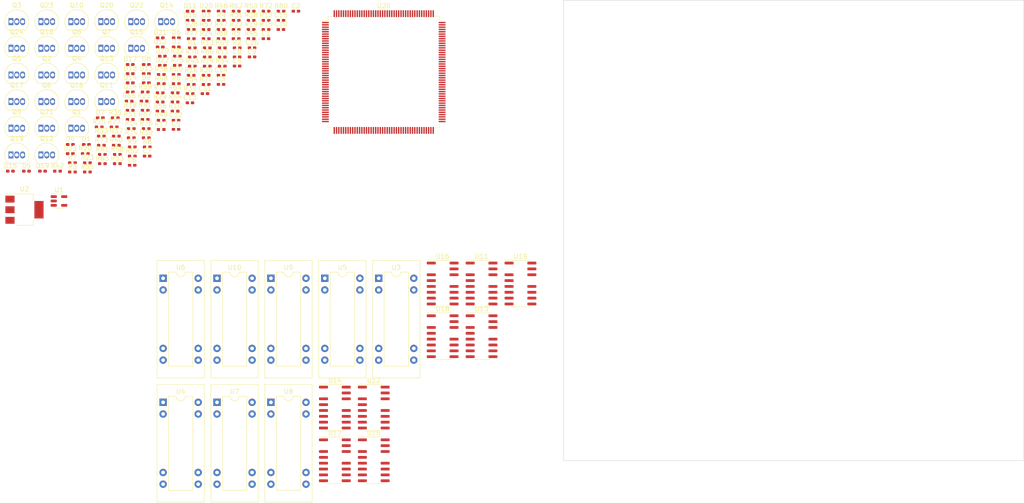
<source format=kicad_pcb>
(kicad_pcb (version 20211014) (generator pcbnew)
  (layers (0 "F.Cu" signal) (31 "B.Cu" signal) (34 "B.Paste" user) (35 "F.Paste" user) (36 "B.SilkS" user "B.Silkscreen") (37 "F.SilkS" user "F.Silkscreen") (38 "B.Mask" user) (39 "F.Mask" user) (44 "Edge.Cuts" user))
  (net 0 "")
  (net 1 "Net-(C1-Pad1)")
  (net 2 "Net-(C1-Pad2)")
  (net 3 "Net-(C2-Pad1)")
  (net 4 "Net-(C10-Pad2)")
  (net 5 "Net-(C3-Pad1)")
  (net 6 "Net-(C11-Pad2)")
  (net 7 "Net-(C4-Pad1)")
  (net 8 "Net-(C12-Pad2)")
  (net 9 "Net-(C5-Pad1)")
  (net 10 "Net-(C13-Pad2)")
  (net 11 "Net-(C6-Pad1)")
  (net 12 "Net-(C14-Pad2)")
  (net 13 "Net-(C7-Pad1)")
  (net 14 "Net-(C15-Pad2)")
  (net 15 "Net-(C8-Pad1)")
  (net 16 "Net-(C16-Pad2)")
  (net 17 "Net-(C9-Pad1)")
  (net 18 "Net-(C10-Pad1)")
  (net 19 "Net-(C11-Pad1)")
  (net 20 "Net-(C12-Pad1)")
  (net 21 "Net-(C13-Pad1)")
  (net 22 "Net-(C14-Pad1)")
  (net 23 "Net-(C15-Pad1)")
  (net 24 "Net-(C16-Pad1)")
  (net 25 "G0")
  (net 26 "C0")
  (net 27 "G1")
  (net 28 "C1")
  (net 29 "G2")
  (net 30 "C2")
  (net 31 "G3")
  (net 32 "C3")
  (net 33 "G4")
  (net 34 "C4")
  (net 35 "G5")
  (net 36 "C5")
  (net 37 "G6")
  (net 38 "C6")
  (net 39 "G7")
  (net 40 "C7")
  (net 41 "Net-(D9-Pad1)")
  (net 42 "Net-(D10-Pad1)")
  (net 43 "Net-(D11-Pad1)")
  (net 44 "Net-(D12-Pad1)")
  (net 45 "Net-(D13-Pad1)")
  (net 46 "Net-(D14-Pad1)")
  (net 47 "Net-(D15-Pad1)")
  (net 48 "Net-(D16-Pad1)")
  (net 49 "Net-(D17-Pad2)")
  (net 50 "Net-(D18-Pad2)")
  (net 51 "Net-(D19-Pad2)")
  (net 52 "Net-(D20-Pad2)")
  (net 53 "Net-(D21-Pad2)")
  (net 54 "Net-(D22-Pad2)")
  (net 55 "Net-(D23-Pad2)")
  (net 56 "Net-(D24-Pad2)")
  (net 57 "Net-(Q1-Pad1)")
  (net 58 "Net-(Q1-Pad2)")
  (net 59 "B0")
  (net 60 "Net-(Q10-Pad2)")
  (net 61 "Net-(Q2-Pad2)")
  (net 62 "B1")
  (net 63 "Net-(Q11-Pad2)")
  (net 64 "Net-(Q3-Pad2)")
  (net 65 "B2")
  (net 66 "Net-(Q12-Pad2)")
  (net 67 "Net-(Q4-Pad2)")
  (net 68 "B3")
  (net 69 "Net-(Q13-Pad2)")
  (net 70 "Net-(Q5-Pad2)")
  (net 71 "B4")
  (net 72 "Net-(Q14-Pad2)")
  (net 73 "Net-(Q6-Pad2)")
  (net 74 "B5")
  (net 75 "Net-(Q15-Pad2)")
  (net 76 "Net-(Q7-Pad2)")
  (net 77 "B6")
  (net 78 "Net-(Q16-Pad2)")
  (net 79 "Net-(Q8-Pad2)")
  (net 80 "B7")
  (net 81 "Net-(Q9-Pad3)")
  (net 82 "Net-(Q10-Pad3)")
  (net 83 "Net-(Q11-Pad3)")
  (net 84 "Net-(Q12-Pad3)")
  (net 85 "Net-(Q13-Pad3)")
  (net 86 "Net-(Q14-Pad3)")
  (net 87 "Net-(Q15-Pad3)")
  (net 88 "Net-(Q16-Pad3)")
  (net 89 "E0")
  (net 90 "E1")
  (net 91 "E2")
  (net 92 "E3")
  (net 93 "E4")
  (net 94 "E5")
  (net 95 "E6")
  (net 96 "E7")
  (net 97 "VCC")
  (net 98 "Net-(R41-Pad1)")
  (net 99 "+2V8")
  (net 100 "Net-(R43-Pad1)")
  (net 101 "Net-(R45-Pad1)")
  (net 102 "Net-(R47-Pad1)")
  (net 103 "Net-(R49-Pad1)")
  (net 104 "Net-(R51-Pad1)")
  (net 105 "Net-(R53-Pad1)")
  (net 106 "Net-(R55-Pad1)")
  (net 107 "Net-(R57-Pad2)")
  (net 108 "Net-(R58-Pad2)")
  (net 109 "Net-(R59-Pad2)")
  (net 110 "Net-(R60-Pad2)")
  (net 111 "Net-(R61-Pad2)")
  (net 112 "Net-(R62-Pad2)")
  (net 113 "Net-(R63-Pad2)")
  (net 114 "Net-(R64-Pad2)")
  (net 115 "Net-(R65-Pad1)")
  (net 116 "Net-(R66-Pad1)")
  (net 117 "Net-(R67-Pad1)")
  (net 118 "Net-(R68-Pad1)")
  (net 119 "Net-(R69-Pad1)")
  (net 120 "Net-(R70-Pad1)")
  (net 121 "Net-(R71-Pad1)")
  (net 122 "Net-(R72-Pad1)")
  (net 339 "Net-(U15-Pad2)")
  (net 340 "Q0")
  (net 341 "Net-(U15-Pad6)")
  (net 342 "Q1")
  (net 343 "Net-(U15-Pad10)")
  (net 344 "Q2")
  (net 345 "Net-(U16-Pad2)")
  (net 346 "Q3")
  (net 347 "Net-(U16-Pad6)")
  (net 348 "Q4")
  (net 349 "Net-(U16-Pad10)")
  (net 350 "Q5")
  (net 351 "Net-(U17-Pad2)")
  (net 352 "Q6")
  (net 353 "Net-(U17-Pad6)")
  (net 354 "Q7")
  (footprint "Package_TO_SOT_THT:TO-92_Inline" (layer "F.Cu") (at 66.46 78.6)
    (fp_text reference "Q12" (at 1.27 -3.56) (layer "F.SilkS"))
    (fp_text value "BS107")
    (pad "1" thru_hole rect (at 0 0) (size 1.05 1.5) (drill 0.75) (layers *.Cu *.Mask) (net 68 "B3"))
    (pad "2" thru_hole oval (at 1.27 0) (size 1.05 1.5) (drill 0.75) (layers *.Cu *.Mask) (net 66 "Net-(Q12-Pad2)"))
    (pad "3" thru_hole oval (at 2.54 0) (size 1.05 1.5) (drill 0.75) (layers *.Cu *.Mask) (net 84 "Net-(Q12-Pad3)"))
  )
  (footprint "Resistor_SMD:R_0402_1005Metric_Pad0.72x0.64mm_HandSolder" (layer "F.Cu") (at 118.63 47.39)
    (fp_text reference "R80" (at 0 -1.17) (layer "F.SilkS"))
    (fp_text value "R")
    (pad "1" smd roundrect (at -0.5975 0) (size 0.715 0.64) (layers "F.Cu" "F.Paste" "F.Mask") (net 114 "Net-(R64-Pad2)"))
    (pad "2" smd roundrect (at 0.5975 0) (size 0.715 0.64) (layers "F.Cu" "F.Paste" "F.Mask") (net 56 "Net-(D24-Pad2)"))
  )
  (footprint "Package_TO_SOT_THT:TO-92_Inline" (layer "F.Cu") (at 66.46 61.23)
    (fp_text reference "Q2" (at 1.27 -3.56) (layer "F.SilkS"))
    (fp_text value "BC547")
    (pad "1" thru_hole rect (at 0 0) (size 1.05 1.5) (drill 0.75) (layers *.Cu *.Mask) (net 60 "Net-(Q10-Pad2)"))
    (pad "2" thru_hole oval (at 1.27 0) (size 1.05 1.5) (drill 0.75) (layers *.Cu *.Mask) (net 61 "Net-(Q2-Pad2)"))
    (pad "3" thru_hole oval (at 2.54 0) (size 1.05 1.5) (drill 0.75) (layers *.Cu *.Mask) (net 62 "B1"))
  )
  (footprint "Diode_SMD:D_0402_1005Metric_Pad0.77x0.64mm_HandSolder" (layer "F.Cu") (at 76.34 76.34)
    (fp_text reference "D1" (at 0 -1.17) (layer "F.SilkS"))
    (fp_text value "D")
    (pad "1" smd roundrect (at -0.5725 0) (size 0.765 0.64) (layers "F.Cu" "F.Paste" "F.Mask") (net 25 "G0"))
    (pad "2" smd roundrect (at 0.5725 0) (size 0.765 0.64) (layers "F.Cu" "F.Paste" "F.Mask") (net 26 "C0"))
  )
  (footprint "Resistor_SMD:R_0402_1005Metric_Pad0.72x0.64mm_HandSolder" (layer "F.Cu") (at 89.56 76.88)
    (fp_text reference "R8" (at 0 -1.17) (layer "F.SilkS"))
    (fp_text value "R")
    (pad "1" smd roundrect (at -0.5975 0) (size 0.715 0.64) (layers "F.Cu" "F.Paste" "F.Mask") (net 40 "C7"))
    (pad "2" smd roundrect (at 0.5975 0) (size 0.715 0.64) (layers "F.Cu" "F.Paste" "F.Mask") (net 79 "Net-(Q8-Pad2)"))
  )
  (footprint "Resistor_SMD:R_0402_1005Metric_Pad0.72x0.64mm_HandSolder" (layer "F.Cu") (at 92.36 69.1)
    (fp_text reference "R56" (at 0 -1.17) (layer "F.SilkS"))
    (fp_text value "R")
    (pad "1" smd roundrect (at -0.5975 0) (size 0.715 0.64) (layers "F.Cu" "F.Paste" "F.Mask") (net 99 "+2V8"))
    (pad "2" smd roundrect (at 0.5975 0) (size 0.715 0.64) (layers "F.Cu" "F.Paste" "F.Mask") (net 106 "Net-(R55-Pad1)"))
  )
  (footprint "Package_DIP:DIP-8-16_W7.62mm_Socket" (layer "F.Cu") (at 93.01 105.4)
    (fp_text reference "U6" (at 3.81 -2.33) (layer "F.SilkS"))
    (fp_text value "LM318N")
    (pad "1" thru_hole rect (at 0 0) (size 1.6 1.6) (drill 0.8) (layers *.Cu *.Mask))
    (pad "2" thru_hole circle (at 0 2.54) (size 1.6 1.6) (drill 0.8) (layers *.Cu *.Mask) (net 8 "Net-(C12-Pad2)"))
    (pad "3" thru_hole circle (at 0 15.24) (size 1.6 1.6) (drill 0.8) (layers *.Cu *.Mask) (net 68 "B3"))
    (pad "4" thru_hole circle (at 0 17.78) (size 1.6 1.6) (drill 0.8) (layers *.Cu *.Mask) (net 68 "B3"))
    (pad "5" thru_hole circle (at 7.62 17.78) (size 1.6 1.6) (drill 0.8) (layers *.Cu *.Mask))
    (pad "6" thru_hole circle (at 7.62 15.24) (size 1.6 1.6) (drill 0.8) (layers *.Cu *.Mask))
    (pad "7" thru_hole circle (at 7.62 2.54) (size 1.6 1.6) (drill 0.8) (layers *.Cu *.Mask) (net 97 "VCC"))
    (pad "8" thru_hole circle (at 7.62 0) (size 1.6 1.6) (drill 0.8) (layers *.Cu *.Mask) (net 20 "Net-(C12-Pad1)"))
  )
  (footprint "Package_TO_SOT_THT:TO-92_Inline" (layer "F.Cu") (at 59.95 55.44)
    (fp_text reference "Q24" (at 1.27 -3.56) (layer "F.SilkS"))
    (fp_text value "BC547")
    (pad "1" thru_hole rect (at 0 0) (size 1.05 1.5) (drill 0.75) (layers *.Cu *.Mask) (net 56 "Net-(D24-Pad2)"))
    (pad "2" thru_hole oval (at 1.27 0) (size 1.05 1.5) (drill 0.75) (layers *.Cu *.Mask) (net 96 "E7"))
    (pad "3" thru_hole oval (at 2.54 0) (size 1.05 1.5) (drill 0.75) (layers *.Cu *.Mask) (net 24 "Net-(C16-Pad1)"))
  )
  (footprint "Resistor_SMD:R_0402_1005Metric_Pad0.72x0.64mm_HandSolder" (layer "F.Cu") (at 89.34 72.9)
    (fp_text reference "R76" (at 0 -1.17) (layer "F.SilkS"))
    (fp_text value "R")
    (pad "1" smd roundrect (at -0.5975 0) (size 0.715 0.64) (layers "F.Cu" "F.Paste" "F.Mask") (net 110 "Net-(R60-Pad2)"))
    (pad "2" smd roundrect (at 0.5975 0) (size 0.715 0.64) (layers "F.Cu" "F.Paste" "F.Mask") (net 52 "Net-(D20-Pad2)"))
  )
  (footprint "Resistor_SMD:R_0402_1005Metric_Pad0.72x0.64mm_HandSolder" (layer "F.Cu") (at 102.37 53.36)
    (fp_text reference "R24" (at 0 -1.17) (layer "F.SilkS"))
    (fp_text value "R")
    (pad "1" smd roundrect (at -0.5975 0) (size 0.715 0.64) (layers "F.Cu" "F.Paste" "F.Mask") (net 48 "Net-(D16-Pad1)"))
    (pad "2" smd roundrect (at 0.5975 0) (size 0.715 0.64) (layers "F.Cu" "F.Paste" "F.Mask") (net 88 "Net-(Q16-Pad3)"))
  )
  (footprint "Resistor_SMD:R_0402_1005Metric_Pad0.72x0.64mm_HandSolder" (layer "F.Cu") (at 83.06 80.5)
    (fp_text reference "R53" (at 0 -1.17) (layer "F.SilkS"))
    (fp_text value "R")
    (pad "1" smd roundrect (at -0.5975 0) (size 0.715 0.64) (layers "F.Cu" "F.Paste" "F.Mask") (net 105 "Net-(R53-Pad1)"))
    (pad "2" smd roundrect (at 0.5975 0) (size 0.715 0.64) (layers "F.Cu" "F.Paste" "F.Mask") (net 77 "B6"))
  )
  (footprint "Resistor_SMD:R_0402_1005Metric_Pad0.72x0.64mm_HandSolder" (layer "F.Cu") (at 82.84 76.52)
    (fp_text reference "R40" (at 0 -1.17) (layer "F.SilkS"))
    (fp_text value "R")
    (pad "1" smd roundrect (at -0.5975 0) (size 0.715 0.64) (layers "F.Cu" "F.Paste" "F.Mask") (net 16 "Net-(C16-Pad2)"))
    (pad "2" smd roundrect (at 0.5975 0) (size 0.715 0.64) (layers "F.Cu" "F.Paste" "F.Mask") (net 24 "Net-(C16-Pad1)"))
  )
  (footprint "Resistor_SMD:R_0402_1005Metric_Pad0.72x0.64mm_HandSolder" (layer "F.Cu") (at 95.86 63.13)
    (fp_text reference "R6" (at 0 -1.17) (layer "F.SilkS"))
    (fp_text value "R")
    (pad "1" smd roundrect (at -0.5975 0) (size 0.715 0.64) (layers "F.Cu" "F.Paste" "F.Mask") (net 36 "C5"))
    (pad "2" smd roundrect (at 0.5975 0) (size 0.715 0.64) (layers "F.Cu" "F.Paste" "F.Mask") (net 73 "Net-(Q6-Pad2)"))
  )
  (footprint "Resistor_SMD:R_0402_1005Metric_Pad0.72x0.64mm_HandSolder" (layer "F.Cu") (at 89.12 64.94)
    (fp_text reference "R59" (at 0 -1.17) (layer "F.SilkS"))
    (fp_text value "R")
    (pad "1" smd roundrect (at -0.5975 0) (size 0.715 0.64) (layers "F.Cu" "F.Paste" "F.Mask") (net 101 "Net-(R45-Pad1)"))
    (pad "2" smd roundrect (at 0.5975 0) (size 0.715 0.64) (layers "F.Cu" "F.Paste" "F.Mask") (net 109 "Net-(R59-Pad2)"))
  )
  (footprint "Package_TO_SOT_THT:TO-92_Inline" (layer "F.Cu") (at 66.46 49.65)
    (fp_text reference "Q23" (at 1.27 -3.56) (layer "F.SilkS"))
    (fp_text value "BC547")
    (pad "1" thru_hole rect (at 0 0) (size 1.05 1.5) (drill 0.75) (layers *.Cu *.Mask) (net 55 "Net-(D23-Pad2)"))
    (pad "2" thru_hole oval (at 1.27 0) (size 1.05 1.5) (drill 0.75) (layers *.Cu *.Mask) (net 95 "E6"))
    (pad "3" thru_hole oval (at 2.54 0) (size 1.05 1.5) (drill 0.75) (layers *.Cu *.Mask) (net 23 "Net-(C15-Pad1)"))
  )
  (footprint "Package_TO_SOT_THT:TO-92_Inline" (layer "F.Cu") (at 59.95 78.6)
    (fp_text reference "Q19" (at 1.27 -3.56) (layer "F.SilkS"))
    (fp_text value "BC547")
    (pad "1" thru_hole rect (at 0 0) (size 1.05 1.5) (drill 0.75) (layers *.Cu *.Mask) (net 51 "Net-(D19-Pad2)"))
    (pad "2" thru_hole oval (at 1.27 0) (size 1.05 1.5) (drill 0.75) (layers *.Cu *.Mask) (net 91 "E2"))
    (pad "3" thru_hole oval (at 2.54 0) (size 1.05 1.5) (drill 0.75) (layers *.Cu *.Mask) (net 19 "Net-(C11-Pad1)"))
  )
  (footprint "Resistor_SMD:R_0402_1005Metric_Pad0.72x0.64mm_HandSolder" (layer "F.Cu") (at 105.85 59.33)
    (fp_text reference "R34" (at 0 -1.17) (layer "F.SilkS"))
    (fp_text value "R")
    (pad "1" smd roundrect (at -0.5975 0) (size 0.715 0.64) (layers "F.Cu" "F.Paste" "F.Mask") (net 4 "Net-(C10-Pad2)"))
    (pad "2" smd roundrect (at 0.5975 0) (size 0.715 0.64) (layers "F.Cu" "F.Paste" "F.Mask") (net 18 "Net-(C10-Pad1)"))
  )
  (footprint "Resistor_SMD:R_0402_1005Metric_Pad0.72x0.64mm_HandSolder" (layer "F.Cu") (at 76.56 80.32)
    (fp_text reference "R23" (at 0 -1.17) (layer "F.SilkS"))
    (fp_text value "R")
    (pad "1" smd roundrect (at -0.5975 0) (size 0.715 0.64) (layers "F.Cu" "F.Paste" "F.Mask") (net 47 "Net-(D15-Pad1)"))
    (pad "2" smd roundrect (at 0.5975 0) (size 0.715 0.64) (layers "F.Cu" "F.Paste" "F.Mask") (net 87 "Net-(Q15-Pad3)"))
  )
  (footprint "Package_SO:SOIC-14-16_3.9x9.9mm_P1.27mm" (layer "F.Cu") (at 138.77 133.49)
    (fp_text reference "U12" (at 0 -5.9) (layer "F.SilkS"))
    (fp_text value "LM319")
    (pad "1" smd roundrect (at -2.475 -4.445) (size 1.95 0.6) (layers "F.Cu" "F.Paste" "F.Mask"))
    (pad "3" smd roundrect (at -2.475 -1.905) (size 1.95 0.6) (layers "F.Cu" "F.Paste" "F.Mask") (net 65 "B2"))
    (pad "4" smd roundrect (at -2.475 -0.635) (size 1.95 0.6) (layers "F.Cu" "F.Paste" "F.Mask") (net 117 "Net-(R67-Pad1)"))
    (pad "5" smd roundrect (at -2.475 0.635) (size 1.95 0.6) (layers "F.Cu" "F.Paste" "F.Mask") (net 109 "Net-(R59-Pad2)"))
    (pad "6" smd roundrect (at -2.475 1.905) (size 1.95 0.6) (layers "F.Cu" "F.Paste" "F.Mask"))
    (pad "7" smd roundrect (at -2.475 3.175) (size 1.95 0.6) (layers "F.Cu" "F.Paste" "F.Mask") (net 52 "Net-(D20-Pad2)"))
    (pad "8" smd roundrect (at -2.475 4.445) (size 1.95 0.6) (layers "F.Cu" "F.Paste" "F.Mask") (net 68 "B3"))
    (pad "9" smd roundrect (at 2.475 4.445) (size 1.95 0.6) (layers "F.Cu" "F.Paste" "F.Mask") (net 118 "Net-(R68-Pad1)"))
    (pad "10" smd roundrect (at 2.475 3.175) (size 1.95 0.6) (layers "F.Cu" "F.Paste" "F.Mask") (net 110 "Net-(R60-Pad2)"))
    (pad "11" smd roundrect (at 2.475 1.905) (size 1.95 0.6) (layers "F.Cu" "F.Paste" "F.Mask"))
    (pad "12" smd roundrect (at 2.475 0.635) (size 1.95 0.6) (layers "F.Cu" "F.Paste" "F.Mask") (net 51 "Net-(D19-Pad2)"))
    (pad "14" smd roundrect (at 2.475 -1.905) (size 1.95 0.6) (layers "F.Cu" "F.Paste" "F.Mask"))
    (pad "15" smd roundrect (at 2.475 -3.175) (size 1.95 0.6) (layers "F.Cu" "F.Paste" "F.Mask"))
    (pad "16" smd roundrect (at 2.475 -4.445) (size 1.95 0.6) (layers "F.Cu" "F.Paste" "F.Mask"))
  )
  (footprint "Package_SO:SOIC-14-16_3.9x9.9mm_P1.27mm" (layer "F.Cu") (at 162.19 106.54)
    (fp_text reference "U11" (at 0 -5.9) (layer "F.SilkS"))
    (fp_text value "LM319")
    (pad "1" smd roundrect (at -2.475 -4.445) (size 1.95 0.6) (layers "F.Cu" "F.Paste" "F.Mask"))
    (pad "3" smd roundrect (at -2.475 -1.905) (size 1.95 0.6) (layers "F.Cu" "F.Paste" "F.Mask") (net 59 "B0"))
    (pad "4" smd roundrect (at -2.475 -0.635) (size 1.95 0.6) (layers "F.Cu" "F.Paste" "F.Mask") (net 115 "Net-(R65-Pad1)"))
    (pad "5" smd roundrect (at -2.475 0.635) (size 1.95 0.6) (layers "F.Cu" "F.Paste" "F.Mask") (net 107 "Net-(R57-Pad2)"))
    (pad "6" smd roundrect (at -2.475 1.905) (size 1.95 0.6) (layers "F.Cu" "F.Paste" "F.Mask"))
    (pad "7" smd roundrect (at -2.475 3.175) (size 1.95 0.6) (layers "F.Cu" "F.Paste" "F.Mask") (net 50 "Net-(D18-Pad2)"))
    (pad "8" smd roundrect (at -2.475 4.445) (size 1.95 0.6) (layers "F.Cu" "F.Paste" "F.Mask") (net 62 "B1"))
    (pad "9" smd roundrect (at 2.475 4.445) (size 1.95 0.6) (layers "F.Cu" "F.Paste" "F.Mask") (net 116 "Net-(R66-Pad1)"))
    (pad "10" smd roundrect (at 2.475 3.175) (size 1.95 0.6) (layers "F.Cu" "F.Paste" "F.Mask") (net 108 "Net-(R58-Pad2)"))
    (pad "11" smd roundrect (at 2.475 1.905) (size 1.95 0.6) (layers "F.Cu" "F.Paste" "F.Mask"))
    (pad "12" smd roundrect (at 2.475 0.635) (size 1.95 0.6) (layers "F.Cu" "F.Paste" "F.Mask") (net 49 "Net-(D17-Pad2)"))
    (pad "14" smd roundrect (at 2.475 -1.905) (size 1.95 0.6) (layers "F.Cu" "F.Paste" "F.Mask"))
    (pad "15" smd roundrect (at 2.475 -3.175) (size 1.95 0.6) (layers "F.Cu" "F.Paste" "F.Mask"))
    (pad "16" smd roundrect (at 2.475 -4.445) (size 1.95 0.6) (layers "F.Cu" "F.Paste" "F.Mask"))
  )
  (footprint "Resistor_SMD:R_0402_1005Metric_Pad0.72x0.64mm_HandSolder" (layer "F.Cu") (at 85.86 68.92)
    (fp_text reference "R18" (at 0 -1.17) (layer "F.SilkS"))
    (fp_text value "R")
    (pad "1" smd roundrect (at -0.5975 0) (size 0.715 0.64) (layers "F.Cu" "F.Paste" "F.Mask") (net 42 "Net-(D10-Pad1)"))
    (pad "2" smd roundrect (at 0.5975 0) (size 0.715 0.64) (layers "F.Cu" "F.Paste" "F.Mask") (net 82 "Net-(Q10-Pad3)"))
  )
  (footprint "Diode_SMD:D_0402_1005Metric_Pad0.77x0.64mm_HandSolder" (layer "F.Cu") (at 85.87 58.97)
    (fp_text reference "D17" (at 0 -1.17) (layer "F.SilkS"))
    (fp_text value "D")
    (pad "1" smd roundrect (at -0.5725 0) (size 0.765 0.64) (layers "F.Cu" "F.Paste" "F.Mask") (net 17 "Net-(C9-Pad1)"))
    (pad "2" smd roundrect (at 0.5725 0) (size 0.765 0.64) (layers "F.Cu" "F.Paste" "F.Mask") (net 49 "Net-(D17-Pad2)"))
  )
  (footprint "Resistor_SMD:R_0402_1005Metric_Pad0.72x0.64mm_HandSolder" (layer "F.Cu") (at 89.34 74.89)
    (fp_text reference "R39" (at 0 -1.17) (layer "F.SilkS"))
    (fp_text value "R")
    (pad "1" smd roundrect (at -0.5975 0) (size 0.715 0.64) (layers "F.Cu" "F.Paste" "F.Mask") (net 14 "Net-(C15-Pad2)"))
    (pad "2" smd roundrect (at 0.5975 0) (size 0.715 0.64) (layers "F.Cu" "F.Paste" "F.Mask") (net 23 "Net-(C15-Pad1)"))
  )
  (footprint "Package_TO_SOT_THT:TO-92_Inline" (layer "F.Cu") (at 79.48 49.65)
    (fp_text reference "Q20" (at 1.27 -3.56) (layer "F.SilkS"))
    (fp_text value "BC547")
    (pad "1" thru_hole rect (at 0 0) (size 1.05 1.5) (drill 0.75) (layers *.Cu *.Mask) (net 52 "Net-(D20-Pad2)"))
    (pad "2" thru_hole oval (at 1.27 0) (size 1.05 1.5) (drill 0.75) (layers *.Cu *.Mask) (net 92 "E3"))
    (pad "3" thru_hole oval (at 2.54 0) (size 1.05 1.5) (drill 0.75) (layers *.Cu *.Mask) (net 20 "Net-(C12-Pad1)"))
  )
  (footprint "Diode_SMD:D_0402_1005Metric_Pad0.77x0.64mm_HandSolder" (layer "F.Cu") (at 92.38 53.18)
    (fp_text reference "D21" (at 0 -1.17) (layer "F.SilkS"))
    (fp_text value "D")
    (pad "1" smd roundrect (at -0.5725 0) (size 0.765 0.64) (layers "F.Cu" "F.Paste" "F.Mask") (net 21 "Net-(C13-Pad1)"))
    (pad "2" smd roundrect (at 0.5725 0) (size 0.765 0.64) (layers "F.Cu" "F.Paste" "F.Mask") (net 53 "Net-(D21-Pad2)"))
  )
  (footprint "Diode_SMD:D_0402_1005Metric_Pad0.77x0.64mm_HandSolder" (layer "F.Cu") (at 102.38 47.39)
    (fp_text reference "D20" (at 0 -1.17) (layer "F.SilkS"))
    (fp_text value "D")
    (pad "1" smd roundrect (at -0.5725 0) (size 0.765 0.64) (layers "F.Cu" "F.Paste" "F.Mask") (net 20 "Net-(C12-Pad1)"))
    (pad "2" smd roundrect (at 0.5725 0) (size 0.765 0.64) (layers "F.Cu" "F.Paste" "F.Mask") (net 52 "Net-(D20-Pad2)"))
  )
  (footprint "Resistor_SMD:R_0402_1005Metric_Pad0.72x0.64mm_HandSolder" (layer "F.Cu") (at 86.31 78.87)
    (fp_text reference "R52" (at 0 -1.17) (layer "F.SilkS"))
    (fp_text value "R")
    (pad "1" smd roundrect (at -0.5975 0) (size 0.715 0.64) (layers "F.Cu" "F.Paste" "F.Mask") (net 99 "+2V8"))
    (pad "2" smd roundrect (at 0.5975 0) (size 0.715 0.64) (layers "F.Cu" "F.Paste" "F.Mask") (net 104 "Net-(R51-Pad1)"))
  )
  (footprint "Diode_SMD:D_0402_1005Metric_Pad0.77x0.64mm_HandSolder" (layer "F.Cu") (at 85.87 62.95)
    (fp_text reference "D14" (at 0 -1.17) (layer "F.SilkS"))
    (fp_text value "D")
    (pad "1" smd roundrect (at -0.5725 0) (size 0.765 0.64) (layers "F.Cu" "F.Paste" "F.Mask") (net 46 "Net-(D14-Pad1)"))
    (pad "2" smd roundrect (at 0.5725 0) (size 0.765 0.64) (layers "F.Cu" "F.Paste" "F.Mask") (net 35 "G5"))
  )
  (footprint "Package_DIP:DIP-8-16_W7.62mm_Socket" (layer "F.Cu") (at 104.72 105.4)
    (fp_text reference "U10" (at 3.81 -2.33) (layer "F.SilkS"))
    (fp_text value "LM318N")
    (pad "1" thru_hole rect (at 0 0) (size 1.6 1.6) (drill 0.8) (layers *.Cu *.Mask))
    (pad "2" thru_hole circle (at 0 2.54) (size 1.6 1.6) (drill 0.8) (layers *.Cu *.Mask) (net 16 "Net-(C16-Pad2)"))
    (pad "3" thru_hole circle (at 0 15.24) (size 1.6 1.6) (drill 0.8) (layers *.Cu *.Mask) (net 80 "B7"))
    (pad "4" thru_hole circle (at 0 17.78) (size 1.6 1.6) (drill 0.8) (layers *.Cu *.Mask) (net 80 "B7"))
    (pad "5" thru_hole circle (at 7.62 17.78) (size 1.6 1.6) (drill 0.8) (layers *.Cu *.Mask))
    (pad "6" thru_hole circle (at 7.62 15.24) (size 1.6 1.6) (drill 0.8) (layers *.Cu *.Mask))
    (pad "7" thru_hole circle (at 7.62 2.54) (size 1.6 1.6) (drill 0.8) (layers *.Cu *.Mask) (net 97 "VCC"))
    (pad "8" thru_hole circle (at 7.62 0) (size 1.6 1.6) (drill 0.8) (layers *.Cu *.Mask) (net 24 "Net-(C16-Pad1)"))
  )
  (footprint "Resistor_SMD:R_0402_1005Metric_Pad0.72x0.64mm_HandSolder" (layer "F.Cu") (at 86.09 74.89)
    (fp_text reference "R74" (at 0 -1.17) (layer "F.SilkS"))
    (fp_text value "R")
    (pad "1" smd roundrect (at -0.5975 0) (size 0.715 0.64) (layers "F.Cu" "F.Paste" "F.Mask") (net 108 "Net-(R58-Pad2)"))
    (pad "2" smd roundrect (at 0.5975 0) (size 0.715 0.64) (layers "F.Cu" "F.Paste" "F.Mask") (net 50 "Net-(D18-Pad2)"))
  )
  (footprint "Package_TO_SOT_THT:TO-92_Inline" (layer "F.Cu") (at 59.95 67.02)
    (fp_text reference "Q17" (at 1.27 -3.56) (layer "F.SilkS"))
    (fp_text value "BC547")
    (pad "1" thru_hole rect (at 0 0) (size 1.05 1.5) (drill 0.75) (layers *.Cu *.Mask) (net 49 "Net-(D17-Pad2)"))
    (pad "2" thru_hole oval (at 1.27 0) (size 1.05 1.5) (drill 0.75) (layers *.Cu *.Mask) (net 89 "E0"))
    (pad "3" thru_hole oval (at 2.54 0) (size 1.05 1.5) (drill 0.75) (layers *.Cu *.Mask) (net 17 "Net-(C9-Pad1)"))
  )
  (footprint "Resistor_SMD:R_0402_1005Metric_Pad0.72x0.64mm_HandSolder" (layer "F.Cu") (at 112.13 49.38)
    (fp_text reference "R38" (at 0 -1.17) (layer "F.SilkS"))
    (fp_text value "R")
    (pad "1" smd roundrect (at -0.5975 0) (size 0.715 0.64) (layers "F.Cu" "F.Paste" "F.Mask") (net 12 "Net-(C14-Pad2)"))
    (pad "2" smd roundrect (at 0.5975 0) (size 0.715 0.64) (layers "F.Cu" "F.Paste" "F.Mask") (net 22 "Net-(C14-Pad1)"))
  )
  (footprint "Diode_SMD:D_0402_1005Metric_Pad0.77x0.64mm_HandSolder" (layer "F.Cu") (at 72.85 76.34)
    (fp_text reference "D4" (at 0 -1.17) (layer "F.SilkS"))
    (fp_text value "D")
    (pad "1" smd roundrect (at -0.5725 0) (size 0.765 0.64) (layers "F.Cu" "F.Paste" "F.Mask") (net 31 "G3"))
    (pad "2" smd roundrect (at 0.5725 0) (size 0.765 0.64) (layers "F.Cu" "F.Paste" "F.Mask") (net 32 "C3"))
  )
  (footprint "Capacitor_SMD:C_0402_1005Metric_Pad0.74x0.62mm_HandSolder" (layer "F.Cu") (at 109.08 57.33)
    (fp_text reference "C8" (at 0 -1.16) (layer "F.SilkS"))
    (fp_text value "C")
    (pad "1" smd roundrect (at -0.5675 0) (size 0.735 0.62) (layers "F.Cu" "F.Paste" "F.Mask") (net 15 "Net-(C8-Pad1)"))
    (pad "2" smd roundrect (at 0.5675 0) (size 0.735 0.62) (layers "F.Cu" "F.Paste" "F.Mask") (net 16 "Net-(C16-Pad2)"))
  )
  (footprint "Resistor_SMD:R_0402_1005Metric_Pad0.72x0.64mm_HandSolder" (layer "F.Cu") (at 99.35 57.34)
    (fp_text reference "R78" (at 0 -1.17) (layer "F.SilkS"))
    (fp_text value "R")
    (pad "1" smd roundrect (at -0.5975 0) (size 0.715 0.64) (layers "F.Cu" "F.Paste" "F.Mask") (net 112 "Net-(R62-Pad2)"))
    (pad "2" smd roundrect (at 0.5975 0) (size 0.715 0.64) (layers "F.Cu" "F.Paste" "F.Mask") (net 54 "Net-(D22-Pad2)"))
  )
  (footprint "Resistor_SMD:R_0402_1005Metric_Pad0.72x0.64mm_HandSolder" (layer "F.Cu") (at 102.6 55.35)
    (fp_text reference "R13" (at 0 -1.17) (layer "F.SilkS"))
    (fp_text value "R")
    (pad "1" smd roundrect (at -0.5975 0) (size 0.715 0.64) (layers "F.Cu" "F.Paste" "F.Mask") (net 97 "VCC"))
    (pad "2" smd roundrect (at 0.5975 0) (size 0.715 0.64) (layers "F.Cu" "F.Paste" "F.Mask") (net 69 "Net-(Q13-Pad2)"))
  )
  (footprint "Resistor_SMD:R_0402_1005Metric_Pad0.72x0.64mm_HandSolder" (layer "F.Cu") (at 99.12 51.37)
    (fp_text reference "R28" (at 0 -1.17) (layer "F.SilkS"))
    (fp_text value "R")
    (pad "1" smd roundrect (at -0.5975 0) (size 0.715 0.64) (layers "F.Cu" "F.Paste" "F.Mask") (net 84 "Net-(Q12-Pad3)"))
    (pad "2" smd roundrect (at 0.5975 0) (size 0.715 0.64) (layers "F.Cu" "F.Paste" "F.Mask") (net 7 "Net-(C4-Pad1)"))
  )
  (footprint "Package_TO_SOT_THT:TO-92_Inline" (layer "F.Cu") (at 85.99 55.44)
    (fp_text reference "Q15" (at 1.27 -3.56) (layer "F.SilkS"))
    (fp_text value "BS107")
    (pad "1" thru_hole rect (at 0 0) (size 1.05 1.5) (drill 0.75) (layers *.Cu *.Mask) (net 77 "B6"))
    (pad "2" thru_hole oval (at 1.27 0) (size 1.05 1.5) (drill 0.75) (layers *.Cu *.Mask) (net 75 "Net-(Q15-Pad2)"))
    (pad "3" thru_hole oval (at 2.54 0) (size 1.05 1.5) (drill 0.75) (layers *.Cu *.Mask) (net 87 "Net-(Q15-Pad3)"))
  )
  (footprint "Package_TO_SOT_THT:TO-92_Inline" (layer "F.Cu") (at 72.97 55.44)
    (fp_text reference "Q8" (at 1.27 -3.56) (layer "F.SilkS"))
    (fp_text value "BC547")
    (pad "1" thru_hole rect (at 0 0) (size 1.05 1.5) (drill 0.75) (layers *.Cu *.Mask) (net 78 "Net-(Q16-Pad2)"))
    (pad "2" thru_hole oval (at 1.27 0) (size 1.05 1.5) (drill 0.75) (layers *.Cu *.Mask) (net 79 "Net-(Q8-Pad2)"))
    (pad "3" thru_hole oval (at 2.54 0) (size 1.05 1.5) (drill 0.75) (layers *.Cu *.Mask) (net 80 "B7"))
  )
  (footprint "Diode_SMD:D_0402_1005Metric_Pad0.77x0.64mm_HandSolder" (layer "F.Cu") (at 79.36 70.55)
    (fp_text reference "D7" (at 0 -1.17) (layer "F.SilkS"))
    (fp_text value "D")
    (pad "1" smd roundrect (at -0.5725 0) (size 0.765 0.64) (layers "F.Cu" "F.Paste" "F.Mask") (net 37 "G6"))
    (pad "2" smd roundrect (at 0.5725 0) (size 0.765 0.64) (layers "F.Cu" "F.Paste" "F.Mask") (net 38 "C6"))
  )
  (footprint "Package_QFP:LQFP-176_24x24mm_P0.5mm" (layer "F.Cu") (at 140.94 60.6)
    (fp_text reference "U20" (at 0 -14.38) (layer "F.SilkS"))
    (fp_text value "STM32H725IET6")
    (pad "1" smd roundrect (at -12.675 -10.75) (size 1.5 0.3) (layers "F.Cu" "F.Paste" "F.Mask"))
    (pad "2" smd roundrect (at -12.675 -10.25) (size 1.5 0.3) (layers "F.Cu" "F.Paste" "F.Mask"))
    (pad "3" smd roundrect (at -12.675 -9.75) (size 1.5 0.3) (layers "F.Cu" "F.Paste" "F.Mask"))
    (pad "4" smd roundrect (at -12.675 -9.25) (size 1.5 0.3) (layers "F.Cu" "F.Paste" "F.Mask"))
    (pad "5" smd roundrect (at -12.675 -8.75) (size 1.5 0.3) (layers "F.Cu" "F.Paste" "F.Mask"))
    (pad "6" smd roundrect (at -12.675 -8.25) (size 1.5 0.3) (layers "F.Cu" "F.Paste" "F.Mask"))
    (pad "7" smd roundrect (at -12.675 -7.75) (size 1.5 0.3) (layers "F.Cu" "F.Paste" "F.Mask"))
    (pad "8" smd roundrect (at -12.675 -7.25) (size 1.5 0.3) (layers "F.Cu" "F.Paste" "F.Mask"))
    (pad "9" smd roundrect (at -12.675 -6.75) (size 1.5 0.3) (layers "F.Cu" "F.Paste" "F.Mask"))
    (pad "10" smd roundrect (at -12.675 -6.25) (size 1.5 0.3) (layers "F.Cu" "F.Paste" "F.Mask"))
    (pad "11" smd roundrect (at -12.675 -5.75) (size 1.5 0.3) (layers "F.Cu" "F.Paste" "F.Mask"))
    (pad "12" smd roundrect (at -12.675 -5.25) (size 1.5 0.3) (layers "F.Cu" "F.Paste" "F.Mask"))
    (pad "13" smd roundrect (at -12.675 -4.75) (size 1.5 0.3) (layers "F.Cu" "F.Paste" "F.Mask"))
    (pad "14" smd roundrect (at -12.675 -4.25) (size 1.5 0.3) (layers "F.Cu" "F.Paste" "F.Mask"))
    (pad "15" smd roundrect (at -12.675 -3.75) (size 1.5 0.3) (layers "F.Cu" "F.Paste" "F.Mask"))
    (pad "16" smd roundrect (at -12.675 -3.25) (size 1.5 0.3) (layers "F.Cu" "F.Paste" "F.Mask"))
    (pad "17" smd roundrect (at -12.675 -2.75) (size 1.5 0.3) (layers "F.Cu" "F.Paste" "F.Mask"))
    (pad "18" smd roundrect (at -12.675 -2.25) (size 1.5 0.3) (layers "F.Cu" "F.Paste" "F.Mask"))
    (pad "19" smd roundrect (at -12.675 -1.75) (size 1.5 0.3) (layers "F.Cu" "F.Paste" "F.Mask"))
    (pad "20" smd roundrect (at -12.675 -1.25) (size 1.5 0.3) (layers "F.Cu" "F.Paste" "F.Mask"))
    (pad "21" smd roundrect (at -12.675 -0.75) (size 1.5 0.3) (layers "F.Cu" "F.Paste" "F.Mask"))
    (pad "22" smd roundrect (at -12.675 -0.25) (size 1.5 0.3) (layers "F.Cu" "F.Paste" "F.Mask"))
    (pad "23" smd roundrect (at -12.675 0.25) (size 1.5 0.3) (layers "F.Cu" "F.Paste" "F.Mask"))
    (pad "24" smd roundrect (at -12.675 0.75) (size 1.5 0.3) (layers "F.Cu" "F.Paste" "F.Mask"))
    (pad "25" smd roundrect (at -12.675 1.25) (size 1.5 0.3) (layers "F.Cu" "F.Paste" "F.Mask"))
    (pad "26" smd roundrect (at -12.675 1.75) (size 1.5 0.3) (layers "F.Cu" "F.Paste" "F.Mask"))
    (pad "27" smd roundrect (at -12.675 2.25) (size 1.5 0.3) (layers "F.Cu" "F.Paste" "F.Mask"))
    (pad "28" smd roundrect (at -12.675 2.75) (size 1.5 0.3) (layers "F.Cu" "F.Paste" "F.Mask"))
    (pad "29" smd roundrect (at -12.675 3.25) (size 1.5 0.3) (layers "F.Cu" "F.Paste" "F.Mask"))
    (pad "30" smd roundrect (at -12.675 3.75) (size 1.5 0.3) (layers "F.Cu" "F.Paste" "F.Mask"))
    (pad "31" smd roundrect (at -12.675 4.25) (size 1.5 0.3) (layers "F.Cu" "F.Paste" "F.Mask"))
    (pad "32" smd roundrect (at -12.675 4.75) (size 1.5 0.3) (layers "F.Cu" "F.Paste" "F.Mask"))
    (pad "33" smd roundrect (at -12.675 5.25) (size 1.5 0.3) (layers "F.Cu" "F.Paste" "F.Mask"))
    (pad "34" smd roundrect (at -12.675 5.75) (size 1.5 0.3) (layers "F.Cu" "F.Paste" "F.Mask"))
    (pad "35" smd roundrect (at -12.675 6.25) (size 1.5 0.3) (layers "F.Cu" "F.Paste" "F.Mask"))
    (pad "36" smd roundrect (at -12.675 6.75) (size 1.5 0.3) (layers "F.Cu" "F.Paste" "F.Mask"))
    (pad "37" smd roundrect (at -12.675 7.25) (size 1.5 0.3) (layers "F.Cu" "F.Paste" "F.Mask"))
    (pad "38" smd roundrect (at -12.675 7.75) (size 1.5 0.3) (layers "F.Cu" "F.Paste" "F.Mask"))
    (pad "39" smd roundrect (at -12.675 8.25) (size 1.5 0.3) (layers "F.Cu" "F.Paste" "F.Mask"))
    (pad "40" smd roundrect (at -12.675 8.75) (size 1.5 0.3) (layers "F.Cu" "F.Paste" "F.Mask"))
    (pad "41" smd roundrect (at -12.675 9.25) (size 1.5 0.3) (layers "F.Cu" "F.Paste" "F.Mask"))
    (pad "42" smd roundrect (at -12.675 9.75) (size 1.5 0.3) (layers "F.Cu" "F.Paste" "F.Mask"))
    (pad "43" smd roundrect (at -12.675 10.25) (size 1.5 0.3) (layers "F.Cu" "F.Paste" "F.Mask"))
    (pad "44" smd roundrect (at -12.675 10.75) (size 1.5 0.3) (layers "F.Cu" "F.Paste" "F.Mask"))
    (pad "45" smd roundrect (at -10.75 12.675) (size 0.3 1.5) (layers "F.Cu" "F.Paste" "F.Mask"))
    (pad "46" smd roundrect (at -10.25 12.675) (size 0.3 1.5) (layers "F.Cu" "F.Paste" "F.Mask"))
    (pad "47" smd roundrect (at -9.75 12.675) (size 0.3 1.5) (layers "F.Cu" "F.Paste" "F.Mask"))
    (pad "48" smd roundrect (at -9.25 12.675) (size 0.3 1.5) (layers "F.Cu" "F.Paste" "F.Mask"))
    (pad "49" smd roundrect (at -8.75 12.675) (size 0.3 1.5) (layers "F.Cu" "F.Paste" "F.Mask"))
    (pad "50" smd roundrect (at -8.25 12.675) (size 0.3 1.5) (layers "F.Cu" "F.Paste" "F.Mask"))
    (pad "51" smd roundrect (at -7.75 12.675) (size 0.3 1.5) (layers "F.Cu" "F.Paste" "F.Mask"))
    (pad "52" smd roundrect (at -7.25 12.675) (size 0.3 1.5) (layers "F.Cu" "F.Paste" "F.Mask"))
    (pad "53" smd roundrect (at -6.75 12.675) (size 0.3 1.5) (layers "F.Cu" "F.Paste" "F.Mask"))
    (pad "54" smd roundrect (at -6.25 12.675) (size 0.3 1.5) (layers "F.Cu" "F.Paste" "F.Mask"))
    (pad "55" smd roundrect (at -5.75 12.675) (size 0.3 1.5) (layers "F.Cu" "F.Paste" "F.Mask"))
    (pad "56" smd roundrect (at -5.25 12.675) (size 0.3 1.5) (layers "F.Cu" "F.Paste" "F.Mask"))
    (pad "57" smd roundrect (at -4.75 12.675) (size 0.3 1.5) (layers "F.Cu" "F.Paste" "F.Mask"))
    (pad "58" smd roundrect (at -4.25 12.675) (size 0.3 1.5) (layers "F.Cu" "F.Paste" "F.Mask"))
    (pad "59" smd roundrect (at -3.75 12.675) (size 0.3 1.5) (layers "F.Cu" "F.Paste" "F.Mask"))
    (pad "60" smd roundrect (at -3.25 12.675) (size 0.3 1.5) (layers "F.Cu" "F.Paste" "F.Mask"))
    (pad "61" smd roundrect (at -2.75 12.675) (size 0.3 1.5) (layers "F.Cu" "F.Paste" "F.Mask"))
    (pad "62" smd roundrect (at -2.25 12.675) (size 0.3 1.5) (layers "F.Cu" "F.Paste" "F.Mask"))
    (pad "63" smd roundrect (at -1.75 12.675) (size 0.3 1.5) (layers "F.Cu" "F.Paste" "F.Mask"))
    (pad "64" smd roundrect (at -1.25 12.675) (size 0.3 1.5) (layers "F.Cu" "F.Paste" "F.Mask"))
    (pad "65" smd roundrect (at -0.75 12.675) (size 0.3 1.5) (layers "F.Cu" "F.Paste" "F.Mask"))
    (pad "66" smd roundrect (at -0.25 12.675) (size 0.3 1.5) (layers "F.Cu" "F.Paste" "F.Mask"))
    (pad "67" smd roundrect (at 0.25 12.675) (size 0.3 1.5) (layers "F.Cu" "F.Paste" "F.Mask"))
    (pad "68" smd roundrect (at 0.75 12.675) (size 0.3 1.5) (layers "F.Cu" "F.Paste" "F.Mask"))
    (pad "69" smd roundrect (at 1.25 12.675) (size 0.3 1.5) (layers "F.Cu" "F.Paste" "F.Mask"))
    (pad "70" smd roundrect (at 1.75 12.675) (size 0.3 1.5) (layers "F.Cu" "F.Paste" "F.Mask"))
    (pad "71" smd roundrect (at 2.25 12.675) (size 0.3 1.5) (layers "F.Cu" "F.Paste" "F.Mask"))
    (pad "72" smd roundrect (at 2.75 12.675) (size 0.3 1.5) (layers "F.Cu" "F.Paste" "F.Mask"))
    (pad "73" smd roundrect (at 3.25 12.675) (size 0.3 1.5) (layers "F.Cu" "F.Paste" "F.Mask"))
    (pad "74" smd roundrect (at 3.75 12.675) (size 0.3 1.5) (layers "F.Cu" "F.Paste" "F.Mask"))
    (pad "75" smd roundrect (at 4.25 12.675) (size 0.3 1.5) (layers "F.Cu" "F.Paste" "F.Mask"))
    (pad "76" smd roundrect (at 4.75 12.675) (size 0.3 1.5) (layers "F.Cu" "F.Paste" "F.Mask"))
    (pad "77" smd roundrect (at 5.25 12.675) (size 0.3 1.5) (layers "F.Cu" "F.Paste" "F.Mask"))
    (pad "78" smd roundrect (at 5.75 12.675) (size 0.3 1.5) (layers "F.Cu" "F.Paste" "F.Mask"))
    (pad "79" smd roundrect (at 6.25 12.675) (size 0.3 1.5) (layers "F.Cu" "F.Paste" "F.Mask"))
    (pad "80" smd roundrect (at 6.75 12.675) (size 0.3 1.5) (layers "F.Cu" "F.Paste" "F.Mask"))
    (pad "81" smd roundrect (at 7.25 12.675) (size 0.3 1.5) (layers "F.Cu" "F.Paste" "F.Mask"))
    (pad "82" smd roundrect (at 7.75 12.675) (size 0.3 1.5) (layers "F.Cu" "F.Paste" "F.Mask"))
    (pad "83" smd roundrect (at 8.25 12.675) (size 0.3 1.5) (layers "F.Cu" "F.Paste" "F.Mask"))
    (pad "84" smd roundrect (at 8.75 12.675) (size 0.3 1.5) (layers "F.Cu" "F.Paste" "F.Mask"))
    (pad "85" smd roundrect (at 9.25 12.675) (size 0.3 1.5) (layers "F.Cu" "F.Paste" "F.Mask"))
    (pad "86" smd roundrect (at 9.75 12.675) (size 0.3 1.5) (layers "F.Cu" "F.Paste" "F.Mask"))
    (pad "87" smd roundrect (at 10.25 12.675) (size 0.3 1.5) (layers "F.Cu" "F.Paste" "F.Mask"))
    (pad "88" smd roundrect (at 10.75 12.675) (size 0.3 1.5) (layers "F.Cu" "F.Paste" "F.Mask"))
    (pad "89" smd roundrect (at 12.675 10.75) (size 1.5 0.3) (layers "F.Cu" "F.Paste" "F.Mask"))
    (pad "90" smd roundrect (at 12.675 10.25) (size 1.5 0.3) (layers "F.Cu" "F.Paste" "F.Mask"))
    (pad "91" smd roundrect (at 12.675 9.75) (size 1.5 0.3) (layers "F.Cu" "F.Paste" "F.Mask"))
    (pad "92" smd roundrect (at 12.675 9.25) (size 1.5 0.3) (layers "F.Cu" "F.Paste" "F.Mask"))
    (pad "93" smd roundrect (at 12.675 8.75) (size 1.5 0.3) (layers "F.Cu" "F.Paste" "F.Mask"))
    (pad "94" smd roundrect (at 12.675 8.25) (size 1.5 0.3) (layers "F.Cu" "F.Paste" "F.Mask"))
    (pad "95" smd roundrect (at 12.675 7.75) (size 1.5 0.3) (layers "F.Cu" "F.Paste" "F.Mask"))
    (pad "96" smd roundrect (at 12.675 7.25) (size 1.5 0.3) (layers "F.Cu" "F.Paste" "F.Mask"))
    (pad "97" smd roundrect (at 12.675 6.75) (size 1.5 0.3) (layers "F.Cu" "F.Paste" "F.Mask"))
    (pad "98" smd roundrect (at 12.675 6.25) (size 1.5 0.3) (layers "F.Cu" "F.Paste" "F.Mask"))
    (pad "99" smd roundrect (at 12.675 5.75) (size 1.5 0.3) (layers "F.Cu" "F.Paste" "F.Mask"))
    (pad "100" smd roundrect (at 12.675 5.25) (size 1.5 0.3) (layers "F.Cu" "F.Paste" "F.Mask"))
    (pad "101" smd roundrect (at 12.675 4.75) (size 1.5 0.3) (layers "F.Cu" "F.Paste" "F.Mask"))
    (pad "102" smd roundrect (at 12.675 4.25) (size 1.5 0.3) (layers "F.Cu" "F.Paste" "F.Mask"))
    (pad "103" smd roundrect (at 12.675 3.75) (size 1.5 0.3) (layers "F.Cu" "F.Paste" "F.Mask"))
    (pad "104" smd roundrect (at 12.675 3.25) (size 1.5 0.3) (layers "F.Cu" "F.Paste" "F.Mask"))
    (pad "105" smd roundrect (at 12.675 2.75) (size 1.5 0.3) (layers "F.Cu" "F.Paste" "F.Mask"))
    (pad "106" smd roundrect (at 12.675 2.25) (size 1.5 0.3) (layers "F.Cu" "F.Paste" "F.Mask"))
    (pad "107" smd roundrect (at 12.675 1.75) (size 1.5 0.3) (layers "F.Cu" "F.Paste" "F.Mask"))
    (pad "108" smd roundrect (at 12.675 1.25) (size 1.5 0.3) (layers "F.Cu" "F.Paste" "F.Mask"))
    (pad "109" smd roundrect (at 12.675 0.75) (size 1.5 0.3) (layers "F.Cu" "F.Paste" "F.Mask"))
    (pad "110" smd roundrect (at 12.675 0.25) (size 1.5 0.3) (layers "F.Cu" "F.Paste" "F.Mask"))
    (pad "111" smd roundrect (at 12.675 -0.25) (size 1.5 0.3) (layers "F.Cu" "F.Paste" "F.Mask"))
    (pad "112" smd roundrect (at 12.675 -0.75) (size 1.5 0.3) (layers "F.Cu" "F.Paste" "F.Mask"))
    (pad "113" smd roundrect (at 12.675 -1.25) (size 1.5 0.3) (layers "F.Cu" "F.Paste" "F.Mask"))
    (pad "114" smd roundrect (at 12.675 -1.75) (size 1.5 0.3) (layers "F.Cu" "F.Paste" "F.Mask"))
    (pad "115" smd roundrect (at 12.675 -2.25) (size 1.5 0.3) (layers "F.Cu" "F.Paste" "F.Mask"))
    (pad "116" smd roundrect (at 12.675 -2.75) (size 1.5 0.3) (layers "F.Cu" "F.Paste" "F.Mask"))
    (pad "117" smd roundrect (at 12.675 -3.25) (size 1.5 0.3) (layers "F.Cu" "F.Paste" "F.Mask"))
    (pad "118" smd roundrect (at 12.675 -3.75) (size 1.5 0.3) (layers "F.Cu" "F.Paste" "F.Mask"))
    (pad "119" smd roundrect (at 12.675 -4.25) (size 1.5 0.3) (layers "F.Cu" "F.Paste" "F.Mask"))
    (pad "120" smd roundrect (at 12.675 -4.75) (size 1.5 0.3) (layers "F.Cu" "F.Paste" "F.Mask"))
    (pad "121" smd roundrect (at 12.675 -5.25) (size 1.5 0.3) (layers "F.Cu" "F.Paste" "F.Mask"))
    (pad "122" smd roundrect (at 12.675 -5.75) (size 1.5 0.3) (layers "F.Cu" "F.Paste" "F.Mask"))
    (pad "123" smd roundrect (at 12.675 -6.25) (size 1.5 0.3) (layers "F.Cu" "F.Paste" "F.Mask"))
    (pad "124" smd roundrect (at 12.675 -6.75) (size 1.5 0.3) (layers "F.Cu" "F.Paste" "F.Mask"))
    (pad "125" smd roundrect (at 12.675 -7.25) (size 1.5 0.3) (layers "F.Cu" "F.Paste" "F.Mask"))
    (pad "126" smd roundrect (at 12.675 -7.75) (size 1.5 0.3) (layers "F.Cu" "F.Paste" "F.Mask"))
    (pad "127" smd roundrect (at 12.675 -8.25) (size 1.5 0.3) (layers "F.Cu" "F.Paste" "F.Mask"))
    (pad "128" smd roundrect (at 12.675 -8.75) (size 1.5 0.3) (layers "F.Cu" "F.Paste" "F.Mask"))
    (pad "129" smd roundrect (at 12.675 -9.25) (size 1.5 0.3) (layers "F.Cu" "F.Paste" "F.Mask"))
    (pad "130" smd roundrect (at 12.675 -9.75) (size 1.5 0.3) (layers "F.Cu" "F.Paste" "F.Mask"))
    (pad "131" smd roundrect (at 12.675 -10.25) (size 1.5 0.3) (layers "F.Cu" "F.Paste" "F.Mask"))
    (pad "132" smd roundrect (at 12.675 -10.75) (size 1.5 0.3) (layers "F.Cu" "F.Paste" "F.Mask"))
    (pad "133" smd roundrect (at 10.75 -12.675) (size 0.3 1.5) (layers "F.Cu" "F.Paste" "F.Mask"))
    (pad "134" smd roundrect (at 10.25 -12.675) (size 0.3 1.5) (layers "F.Cu" "F.Paste" "F.Mask"))
    (pad "135" smd roundrect (at 9.75 -12.675) (size 0.3 1.5) (layers "F.Cu" "F.Paste" "F.Mask"))
    (pad "136" smd roundrect (at 9.25 -12.675) (size 0.3 1.5) (layers "F.Cu" "F.Paste" "F.Mask"))
    (pad "137" smd roundrect (at 8.75 -12.675) (size 0.3 1.5) (layers "F.Cu" "F.Paste" "F.Mask"))
    (pad "138" smd roundrect (at 8.25 -12.675) (size 0.3 1.5) (layers "F.Cu" "F.Paste" "F.Mask"))
    (pad "139" smd roundrect (at 7.75 -12.675) (size 0.3 1.5) (layers "F.Cu" "F.Paste" "F.Mask"))
    (pad "140" smd roundrect (at 7.25 -12.675) (size 0.3 1.5) (layers "F.Cu" "F.Paste" "F.Mask"))
    (pad "141" smd roundrect (at 6.75 -12.675) (size 0.3 1.5) (layers "F.Cu" "F.Paste" "F.Mask"))
    (pad "142" smd roundrect (at 6.25 -12.675) (size 0.3 1.5) (layers "F.Cu" "F.Paste" "F.Mask"))
    (pad "143" smd roundrect (at 5.75 -12.675) (size 0.3 1.5) (layers "F.Cu" "F.Paste" "F.Mask"))
    (pad "144" smd roundrect (at 5.25 -12.675) (size 0.3 1.5) (layers "F.Cu" "F.Paste" "F.Mask"))
    (pad "145" smd roundrect (at 4.75 -12.675) (size 0.3 1.5) (layers "F.Cu" "F.Paste" "F.Mask"))
    (pad "146" smd roundrect (at 4.25 -12.675) (size 0.3 1.5) (layers "F.Cu" "F.Paste" "F.Mask"))
    (pad "147" smd roundrect (at 3.75 -12.675) (size 0.3 1.5) (layers "F.Cu" "F.Paste" "F.Mask"))
    (pad "148" smd roundrect (at 3.25 -12.675) (size 0.3 1.5) (layers "F.Cu" "F.Paste" "F.Mask"))
    (pad "149" smd roundrect (at 2.75 -12.675) (size 0.3 1.5) (layers "F.Cu" "F.Paste" "F.Mask"))
    (pad "150" smd roundrect (at 2.25 -12.675) (size 0.3 1.5) (layers "F.Cu" "F.Paste" "F.Mask"))
    (pad "151" smd roundrect (at 1.75 -12.675) (size 0.3 1.5) (layers "F.Cu" "F.Paste" "F.Mask"))
    (pad "152" smd roundrect (at 1.25 -12.675) (size 0.3 1.5) (layers "F.Cu" "F.Paste" "F.Mask"))
    (pad "153" smd roundrect (at 0.75 -12.675) (size 0.3 1.5) (layers "F.Cu" "F.Paste" "F.Mask"))
    (pad "154" smd roundrect (at 0.25 -12.675) (size 0.3 1.5) (layers "F.Cu" "F.Paste" "F.Mask"))
    (pad "155" smd roundrect (at -0.25 -12.675) (size 0.3 1.5) (layers "F.Cu" "F.Paste" "F.Mask"))
    (pad "156" smd roundrect (at -0.75 -12.675) (size 0.3 1.5) (layers "F.Cu" "F.Paste" "F.Mask"))
    (pad "157" smd roundrect (at -1.25 -12.675) (size 0.3 1.5) (layers "F.Cu" "F.Paste" "F.Mask"))
    (pad "158" smd roundrect (at -1.75 -12.675) (size 0.3 1.5) (layers "F.Cu" "F.Paste" "F.Mask"))
    (pad "159" smd roundrect (at -2.25 -12.675) (size 0.3 1.5) (layers "F.Cu" "F.Paste" "F.Mask"))
    (pad "160" smd roundrect (at -2.75 -12.675) (size 0.3 1.5) (layers "F.Cu" "F.Paste" "F.Mask"))
    (pad "161" smd roundrect (at -3.25 -12.675) (size 0.3 1.5) (layers "F.Cu" "F.Paste" "F.Mask"))
    (pad "162" smd roundrect (at -3.75 -12.675) (size 0.3 1.5) (layers "F.Cu" "F.Paste" "F.Mask"))
    (pad "163" smd roundrect (at -4.25 -12.675) (size 0.3 1.5) (layers "F.Cu" "F.Paste" "F.Mask"))
    (pad "164" smd roundrect (at -4.75 -12.675) (size 0.3 1.5) (layers "F.Cu" "F.Paste" "F.Mask"))
    (pad "165" smd roundrect (at -5.25 -12.675) (size 0.3 1.5) (layers "F.Cu" "F.Paste" "F.Mask"))
    (pad "166" smd roundrect (at -5.75 -12.675) (size 0.3 1.5) (layers "F.Cu" "F.Paste" "F.Mask"))
    (pad "167" smd roundrect (at -6.25 -12.675) (size 0.3 1.5) (layers "F.Cu" "F.Paste" "F.Mask"))
    (pad "168" smd roundrect (at -6.75 -12.675) (size 0.3 1.5) (layers "F.Cu" "F.Paste" "F.Mask"))
    (pad "169" smd roundrect (at -7.25 -12.675) (size 0.3 1.5) (layers "F.Cu" "F.Paste" "F.Mask"))
    (pad "170" smd roundrect (at -7.75 -12.675) (size 0.3 1.5) (layers "F.Cu" "F.Paste" "F.Mask"))
    (pad "171" smd roundrect (at -8.25 -12.675) (size 0.3 1.5) (layers "F.Cu" "F.Paste" "F.Mask"))
    (pad "172" smd roundrect (at -8.75 -12.675) (size 0.3 1.5) (layers "F.Cu" "F.Paste" "F.Mask"))
    (pad "173" smd roundrect (at -9.25 -12.675) (size 0.3 1.5) (layers "F.Cu" "F.Paste" "F.Mask"))
    (pad "174" smd roundrect (at -9.75 -12.675) (size 0.3 1.5) (layers "F.Cu" "F.Paste" "F.Mask"))
    (pad "175" smd roundrect (at -10.25 -12.675) (size 0.3 1.5) (layers "F.Cu" "F.Paste" "F.Mask"))
    (pad "176" smd roundrect (at -10.75 -12.675) (size 0.3 1.5) (layers "F.Cu" "F.Paste" "F.Mask"))
  )
  (footprint "Resistor_SMD:R_0402_1005Metric_Pad0.72x0.64mm_HandSolder" (layer "F.Cu") (at 112.12 53.36)
    (fp_text reference "R45" (at 0 -1.17) (layer "F.SilkS"))
    (fp_text value "R")
    (pad "1" smd roundrect (at -0.5975 0) (size 0.715 0.64) (layers "F.Cu" "F.Paste" "F.Mask") (net 101 "Net-(R45-Pad1)"))
    (pad "2" smd roundrect (at 0.5975 0) (size 0.715 0.64) (layers "F.Cu" "F.Paste" "F.Mask") (net 65 "B2"))
  )
  (footprint "Resistor_SMD:R_0402_1005Metric_Pad0.72x0.64mm_HandSolder" (layer "F.Cu") (at 79.81 78.51)
    (fp_text reference "R61" (at 0 -1.17) (layer "F.SilkS"))
    (fp_text value "R")
    (pad "1" smd roundrect (at -0.5975 0) (size 0.715 0.64) (layers "F.Cu" "F.Paste" "F.Mask") (net 103 "Net-(R49-Pad1)"))
    (pad "2" smd roundrect (at 0.5975 0) (size 0.715 0.64) (layers "F.Cu" "F.Paste" "F.Mask") (net 111 "Net-(R61-Pad2)"))
  )
  (footprint "Package_DIP:DIP-8-16_W7.62mm_Socket" (layer "F.Cu") (at 116.43 105.4)
    (fp_text reference "U9" (at 3.81 -2.33) (layer "F.SilkS"))
    (fp_text value "LM318N")
    (pad "1" thru_hole rect (at 0 0) (size 1.6 1.6) (drill 0.8) (layers *.Cu *.Mask))
    (pad "2" thru_hole circle (at 0 2.54) (size 1.6 1.6) (drill 0.8) (layers *.Cu *.Mask) (net 14 "Net-(C15-Pad2)"))
    (pad "3" thru_hole circle (at 0 15.24) (size 1.6 1.6) (drill 0.8) (layers *.Cu *.Mask) (net 77 "B6"))
    (pad "4" thru_hole circle (at 0 17.78) (size 1.6 1.6) (drill 0.8) (layers *.Cu *.Mask) (net 77 "B6"))
    (pad "5" thru_hole circle (at 7.62 17.78) (size 1.6 1.6) (drill 0.8) (layers *.Cu *.Mask))
    (pad "6" thru_hole circle (at 7.62 15.24) (size 1.6 1.6) (drill 0.8) (layers *.Cu *.Mask))
    (pad "7" thru_hole circle (at 7.62 2.54) (size 1.6 1.6) (drill 0.8) (layers *.Cu *.Mask) (net 97 "VCC"))
    (pad "8" thru_hole circle (at 7.62 0) (size 1.6 1.6) (drill 0.8) (layers *.Cu *.Mask) (net 23 "Net-(C15-Pad1)"))
  )
  (footprint "Resistor_SMD:R_0402_1005Metric_Pad0.72x0.64mm_HandSolder" (layer "F.Cu") (at 79.81 80.5)
    (fp_text reference "R63" (at 0 -1.17) (layer "F.SilkS"))
    (fp_text value "R")
    (pad "1" smd roundrect (at -0.5975 0) (size 0.715 0.64) (layers "F.Cu" "F.Paste" "F.Mask") (net 105 "Net-(R53-Pad1)"))
    (pad "2" smd roundrect (at 0.5975 0) (size 0.715 0.64) (layers "F.Cu" "F.Paste" "F.Mask") (net 113 "Net-(R63-Pad2)"))
  )
  (footprint "Resistor_SMD:R_0402_1005Metric_Pad0.72x0.64mm_HandSolder" (layer "F.Cu") (at 79.59 76.52)
    (fp_text reference "R73" (at 0 -1.17) (layer "F.SilkS"))
    (fp_text value "R")
    (pad "1" smd roundrect (at -0.5975 0) (size 0.715 0.64) (layers "F.Cu" "F.Paste" "F.Mask") (net 107 "Net-(R57-Pad2)"))
    (pad "2" smd roundrect (at 0.5975 0) (size 0.715 0.64) (layers "F.Cu" "F.Paste" "F.Mask") (net 49 "Net-(D17-Pad2)"))
  )
  (footprint "Package_TO_SOT_THT:TO-92_Inline" (layer "F.Cu") (at 66.46 67.02)
    (fp_text reference "Q6" (at 1.27 -3.56) (layer "F.SilkS"))
    (fp_text value "BC547")
    (pad "1" thru_hole rect (at 0 0) (size 1.05 1.5) (drill 0.75) (layers *.Cu *.Mask) (net 72 "Net-(Q14-Pad2)"))
    (pad "2" thru_hole oval (at 1.27 0) (size 1.05 1.5) (drill 0.75) (layers *.Cu *.Mask) (net 73 "Net-(Q6-Pad2)"))
    (pad "3" thru_hole oval (at 2.54 0) (size 1.05 1.5) (drill 0.75) (layers *.Cu *.Mask) (net 74 "B5"))
  )
  (footprint "Resistor_SMD:R_0402_1005Metric_Pad0.72x0.64mm_HandSolder" (layer "F.Cu") (at 79.12 72.54)
    (fp_text reference "R25" (at 0 -1.17) (layer "F.SilkS"))
    (fp_text value "R")
    (pad "1" smd roundrect (at -0.5975 0) (size 0.715 0.64) (layers "F.Cu" "F.Paste" "F.Mask") (net 81 "Net-(Q9-Pad3)"))
    (pad "2" smd roundrect (at 0.5975 0) (size 0.715 0.64) (layers "F.Cu" "F.Paste" "F.Mask") (net 1 "Net-(C1-Pad1)"))
  )
  (footprint "Package_SO:SOIC-14-16_3.9x9.9mm_P1.27mm" (layer "F.Cu") (at 130.32 144.94)
    (fp_text reference "U17" (at 0 -5.9) (layer "F.SilkS"))
    (fp_text value "74LS14")
    (pad "1" smd roundrect (at -2.475 -4.445) (size 1.95 0.6) (layers "F.Cu" "F.Paste" "F.Mask") (net 55 "Net-(D23-Pad2)"))
    (pad "3" smd roundrect (at -2.475 -1.905) (size 1.95 0.6) (layers "F.Cu" "F.Paste" "F.Mask") (net 351 "Net-(U17-Pad2)"))
    (pad "4" smd roundrect (at -2.475 -0.635) (size 1.95 0.6) (layers "F.Cu" "F.Paste" "F.Mask") (net 352 "Q6"))
    (pad "5" smd roundrect (at -2.475 0.635) (size 1.95 0.6) (layers "F.Cu" "F.Paste" "F.Mask") (net 56 "Net-(D24-Pad2)"))
    (pad "6" smd roundrect (at -2.475 1.905) (size 1.95 0.6) (layers "F.Cu" "F.Paste" "F.Mask") (net 353 "Net-(U17-Pad6)"))
    (pad "7" smd roundrect (at -2.475 3.175) (size 1.95 0.6) (layers "F.Cu" "F.Paste" "F.Mask"))
    (pad "8" smd roundrect (at -2.475 4.445) (size 1.95 0.6) (layers "F.Cu" "F.Paste" "F.Mask") (net 354 "Q7"))
    (pad "9" smd roundrect (at 2.475 4.445) (size 1.95 0.6) (layers "F.Cu" "F.Paste" "F.Mask") (net 353 "Net-(U17-Pad6)"))
    (pad "10" smd roundrect (at 2.475 3.175) (size 1.95 0.6) (layers "F.Cu" "F.Paste" "F.Mask"))
    (pad "11" smd roundrect (at 2.475 1.905) (size 1.95 0.6) (layers "F.Cu" "F.Paste" "F.Mask"))
    (pad "12" smd roundrect (at 2.475 0.635) (size 1.95 0.6) (layers "F.Cu" "F.Paste" "F.Mask"))
    (pad "14" smd roundrect (at 2.475 -1.905) (size 1.95 0.6) (layers "F.Cu" "F.Paste" "F.Mask"))
    (pad "15" smd roundrect (at 2.475 -3.175) (size 1.95 0.6) (layers "F.Cu" "F.Paste" "F.Mask"))
    (pad "16" smd roundrect (at 2.475 -4.445) (size 1.95 0.6) (layers "F.Cu" "F.Paste" "F.Mask"))
  )
  (footprint "Capacitor_SMD:C_0402_1005Metric_Pad0.74x0.62mm_HandSolder" (layer "F.Cu") (at 105.59 61.31)
    (fp_text reference "C14" (at 0 -1.16) (layer "F.SilkS"))
    (fp_text value "C")
    (pad "1" smd roundrect (at -0.5675 0) (size 0.735 0.62) (layers "F.Cu" "F.Paste" "F.Mask") (net 22 "Net-(C14-Pad1)"))
    (pad "2" smd roundrect (at 0.5675 0) (size 0.735 0.62) (layers "F.Cu" "F.Paste" "F.Mask") (net 12 "Net-(C14-Pad2)"))
  )
  (footprint "Resistor_SMD:R_0402_1005Metric_Pad0.72x0.64mm_HandSolder" (layer "F.Cu") (at 112.12 51.37)
    (fp_text reference "R19" (at 0 -1.17) (layer "F.SilkS"))
    (fp_text value "R")
    (pad "1" smd roundrect (at -0.5975 0) (size 0.715 0.64) (layers "F.Cu" "F.Paste" "F.Mask") (net 43 "Net-(D11-Pad1)"))
    (pad "2" smd roundrect (at 0.5975 0) (size 0.715 0.64) (layers "F.Cu" "F.Paste" "F.Mask") (net 83 "Net-(Q11-Pad3)"))
  )
  (footprint "Resistor_SMD:R_0402_1005Metric_Pad0.72x0.64mm_HandSolder" (layer "F.Cu") (at 92.59 71.09)
    (fp_text reference "R49" (at 0 -1.17) (layer "F.SilkS"))
    (fp_text value "R")
    (pad "1" smd roundrect (at -0.5975 0) (size 0.715 0.64) (layers "F.Cu" "F.Paste" "F.Mask") (net 103 "Net-(R49-Pad1)"))
    (pad "2" smd roundrect (at 0.5975 0) (size 0.715 0.64) (layers "F.Cu" "F.Paste" "F.Mask") (net 71 "B4"))
  )
  (footprint "Capacitor_SMD:C_0402_1005Metric_Pad0.74x0.62mm_HandSolder" (layer "F.Cu") (at 118.61 49.37)
    (fp_text reference "C15" (at 0 -1.16) (layer "F.SilkS"))
    (fp_text value "C")
    (pad "1" smd roundrect (at -0.5675 0) (size 0.735 0.62) (layers "F.Cu" "F.Paste" "F.Mask") (net 23 "Net-(C15-Pad1)"))
    (pad "2" smd roundrect (at 0.5675 0) (size 0.735 0.62) (layers "F.Cu" "F.Paste" "F.Mask") (net 14 "Net-(C15-Pad2)"))
  )
  (footprint "Resistor_SMD:R_0402_1005Metric_Pad0.72x0.64mm_HandSolder" (layer "F.Cu") (at 105.62 53.36)
    (fp_text reference "R68" (at 0 -1.17) (layer "F.SilkS"))
    (fp_text value "R")
    (pad "1" smd roundrect (at -0.5975 0) (size 0.715 0.64) (layers "F.Cu" "F.Paste" "F.Mask") (net 118 "Net-(R68-Pad1)"))
    (pad "2" smd roundrect (at 0.5975 0) (size 0.715 0.64) (layers "F.Cu" "F.Paste" "F.Mask") (net 20 "Net-(C12-Pad1)"))
  )
  (footprint "Resistor_SMD:R_0402_1005Metric_Pad0.72x0.64mm_HandSolder" (layer "F.Cu") (at 96.1 57.16)
    (fp_text reference "R32" (at 0 -1.17) (layer "F.SilkS"))
    (fp_text value "R")
    (pad "1" smd roundrect (at -0.5975 0) (size 0.715 0.64) (layers "F.Cu" "F.Paste" "F.Mask") (net 88 "Net-(Q16-Pad3)"))
    (pad "2" smd roundrect (at 0.5975 0) (size 0.715 0.64) (layers "F.Cu" "F.Paste" "F.Mask") (net 15 "Net-(C8-Pad1)"))
  )
  (footprint "Resistor_SMD:R_0402_1005Metric_Pad0.72x0.64mm_HandSolder" (layer "F.Cu") (at 99.35 55.35)
    (fp_text reference "R1" (at 0 -1.17) (layer "F.SilkS"))
    (fp_text value "R")
    (pad "1" smd roundrect (at -0.5975 0) (size 0.715 0.64) (layers "F.Cu" "F.Paste" "F.Mask") (net 26 "C0"))
    (pad "2" smd roundrect (at 0.5975 0) (size 0.715 0.64) (layers "F.Cu" "F.Paste" "F.Mask") (net 58 "Net-(Q1-Pad2)"))
  )
  (footprint "Package_SO:SOIC-14-16_3.9x9.9mm_P1.27mm" (layer "F.Cu") (at 170.64 106.54)
    (fp_text reference "U19" (at 0 -5.9) (layer "F.SilkS"))
    (fp_text value "LM339")
    (pad "1" smd roundrect (at -2.475 -4.445) (size 1.95 0.6) (layers "F.Cu" "F.Paste" "F.Mask"))
    (pad "3" smd roundrect (at -2.475 -1.905) (size 1.95 0.6) (layers "F.Cu" "F.Paste" "F.Mask"))
    (pad "4" smd roundrect (at -2.475 -0.635) (size 1.95 0.6) (layers "F.Cu" "F.Paste" "F.Mask"))
    (pad "5" smd roundrect (at -2.475 0.635) (size 1.95 0.6) (layers "F.Cu" "F.Paste" "F.Mask"))
    (pad "6" smd roundrect (at -2.475 1.905) (size 1.95 0.6) (layers "F.Cu" "F.Paste" "F.Mask"))
    (pad "7" smd roundrect (at -2.475 3.175) (size 1.95 0.6) (layers "F.Cu" "F.Paste" "F.Mask"))
    (pad "8" smd roundrect (at -2.475 4.445) (size 1.95 0.6) (layers "F.Cu" "F.Paste" "F.Mask"))
    (pad "9" smd roundrect (at 2.475 4.445) (size 1.95 0.6) (layers "F.Cu" "F.Paste" "F.Mask"))
    (pad "10" smd roundrect (at 2.475 3.175) (size 1.95 0.6) (layers "F.Cu" "F.Paste" "F.Mask"))
    (pad "11" smd roundrect (at 2.475 1.905) (size 1.95 0.6) (layers "F.Cu" "F.Paste" "F.Mask"))
    (pad "12" smd roundrect (at 2.475 0.635) (size 1.95 0.6) (layers "F.Cu" "F.Paste" "F.Mask"))
    (pad "14" smd roundrect (at 2.475 -1.905) (size 1.95 0.6) (layers "F.Cu" "F.Paste" "F.Mask"))
    (pad "15" smd roundrect (at 2.475 -3.175) (size 1.95 0.6) (layers "F.Cu" "F.Paste" "F.Mask"))
    (pad "16" smd roundrect (at 2.475 -4.445) (size 1.95 0.6) (layers "F.Cu" "F.Paste" "F.Mask"))
  )
  (footprint "Resistor_SMD:R_0402_1005Metric_Pad0.72x0.64mm_HandSolder" (layer "F.Cu") (at 105.63 47.39)
    (fp_text reference "R46" (at 0 -1.17) (layer "F.SilkS"))
    (fp_text value "R")
    (pad "1" smd roundrect (at -0.5975 0) (size 0.715 0.64) (layers "F.Cu" "F.Paste" "F.Mask") (net 99 "+2V8"))
    (pad "2" smd roundrect (at 0.5975 0) (size 0.715 0.64) (layers "F.Cu" "F.Paste" "F.Mask") (net 101 "Net-(R45-Pad1)"))
  )
  (footprint "Resistor_SMD:R_0402_1005Metric_Pad0.72x0.64mm_HandSolder" (layer "F.Cu") (at 92.61 61.14)
    (fp_text reference "R36" (at 0 -1.17) (layer "F.SilkS"))
    (fp_text value "R")
    (pad "1" smd roundrect (at -0.5975 0) (size 0.715 0.64) (layers "F.Cu" "F.Paste" "F.Mask") (net 8 "Net-(C12-Pad2)"))
    (pad "2" smd roundrect (at 0.5975 0) (size 0.715 0.64) (layers "F.Cu" "F.Paste" "F.Mask") (net 20 "Net-(C12-Pad1)"))
  )
  (footprint "Resistor_SMD:R_0402_1005Metric_Pad0.72x0.64mm_HandSolder" (layer "F.Cu") (at 99.35 59.33)
    (fp_text reference "R43" (at 0 -1.17) (layer "F.SilkS"))
    (fp_text value "R")
    (pad "1" smd roundrect (at -0.5975 0) (size 0.715 0.64) (layers "F.Cu" "F.Paste" "F.Mask") (net 100 "Net-(R43-Pad1)"))
    (pad "2" smd roundrect (at 0.5975 0) (size 0.715 0.64) (layers "F.Cu" "F.Paste" "F.Mask") (net 62 "B1"))
  )
  (footprint "Package_DIP:DIP-8-16_W7.62mm_Socket" (layer "F.Cu") (at 116.43 132.35)
    (fp_text reference "U8" (at 3.81 -2.33) (layer "F.SilkS"))
    (fp_text value "LM318N")
    (pad "1" thru_hole rect (at 0 0) (size 1.6 1.6) (drill 0.8) (layers *.Cu *.Mask))
    (pad "2" thru_hole circle (at 0 2.54) (size 1.6 1.6) (drill 0.8) (layers *.Cu *.Mask) (net 12 "Net-(C14-Pad2)"))
    (pad "3" thru_hole circle (at 0 15.24) (size 1.6 1.6) (drill 0.8) (layers *.Cu *.Mask) (net 74 "B5"))
    (pad "4" thru_hole circle (at 0 17.78) (size 1.6 1.6) (drill 0.8) (layers *.Cu *.Mask) (net 74 "B5"))
    (pad "5" thru_hole circle (at 7.62 17.78) (size 1.6 1.6) (drill 0.8) (layers *.Cu *.Mask))
    (pad "6" thru_hole circle (at 7.62 15.24) (size 1.6 1.6) (drill 0.8) (layers *.Cu *.Mask))
    (pad "7" thru_hole circle (at 7.62 2.54) (size 1.6 1.6) (drill 0.8) (layers *.Cu *.Mask) (net 97 "VCC"))
    (pad "8" thru_hole circle (at 7.62 0) (size 1.6 1.6) (drill 0.8) (layers *.Cu *.Mask) (net 22 "Net-(C14-Pad1)"))
  )
  (footprint "Package_SO:SOIC-14-16_3.9x9.9mm_P1.27mm" (layer "F.Cu") (at 138.77 144.94)
    (fp_text reference "U15" (at 0 -5.9) (layer "F.SilkS"))
    (fp_text value "74LS14")
    (pad "1" smd roundrect (at -2.475 -4.445) (size 1.95 0.6) (layers "F.Cu" "F.Paste" "F.Mask") (net 49 "Net-(D17-Pad2)"))
    (pad "3" smd roundrect (at -2.475 -1.905) (size 1.95 0.6) (layers "F.Cu" "F.Paste" "F.Mask") (net 339 "Net-(U15-Pad2)"))
    (pad "4" smd roundrect (at -2.475 -0.635) (size 1.95 0.6) (layers "F.Cu" "F.Paste" "F.Mask") (net 340 "Q0"))
    (pad "5" smd roundrect (at -2.475 0.635) (size 1.95 0.6) (layers "F.Cu" "F.Paste" "F.Mask") (net 50 "Net-(D18-Pad2)"))
    (pad "6" smd roundrect (at -2.475 1.905) (size 1.95 0.6) (layers "F.Cu" "F.Paste" "F.Mask") (net 341 "Net-(U15-Pad6)"))
    (pad "7" smd roundrect (at -2.475 3.175) (size 1.95 0.6) (layers "F.Cu" "F.Paste" "F.Mask"))
    (pad "8" smd roundrect (at -2.475 4.445) (size 1.95 0.6) (layers "F.Cu" "F.Paste" "F.Mask") (net 342 "Q1"))
    (pad "9" smd roundrect (at 2.475 4.445) (size 1.95 0.6) (layers "F.Cu" "F.Paste" "F.Mask") (net 341 "Net-(U15-Pad6)"))
    (pad "10" smd roundrect (at 2.475 3.175) (size 1.95 0.6) (layers "F.Cu" "F.Paste" "F.Mask") (net 343 "Net-(U15-Pad10)"))
    (pad "11" smd roundrect (at 2.475 1.905) (size 1.95 0.6) (layers "F.Cu" "F.Paste" "F.Mask") (net 51 "Net-(D19-Pad2)"))
    (pad "12" smd roundrect (at 2.475 0.635) (size 1.95 0.6) (layers "F.Cu" "F.Paste" "F.Mask") (net 344 "Q2"))
    (pad "14" smd roundrect (at 2.475 -1.905) (size 1.95 0.6) (layers "F.Cu" "F.Paste" "F.Mask"))
    (pad "15" smd roundrect (at 2.475 -3.175) (size 1.95 0.6) (layers "F.Cu" "F.Paste" "F.Mask"))
    (pad "16" smd roundrect (at 2.475 -4.445) (size 1.95 0.6) (layers "F.Cu" "F.Paste" "F.Mask"))
  )
  (footprint "Resistor_SMD:R_0402_1005Metric_Pad0.72x0.64mm_HandSolder" (layer "F.Cu") (at 82.61 70.55)
    (fp_text reference "R35" (at 0 -1.17) (layer "F.SilkS"))
    (fp_text value "R")
    (pad "1" smd roundrect (at -0.5975 0) (size 0.715 0.64) (layers "F.Cu" "F.Paste" "F.Mask") (net 6 "Net-(C11-Pad2)"))
    (pad "2" smd roundrect (at 0.5975 0) (size 0.715 0.64) (layers "F.Cu" "F.Paste" "F.Mask") (net 19 "Net-(C11-Pad1)"))
  )
  (footprint "Diode_SMD:D_0402_1005Metric_Pad0.77x0.64mm_HandSolder" (layer "F.Cu") (at 63.32 82.13)
    (fp_text reference "D5" (at 0 -1.17) (layer "F.SilkS"))
    (fp_text value "D")
    (pad "1" smd roundrect (at -0.5725 0) (size 0.765 0.64) (layers "F.Cu" "F.Paste" "F.Mask") (net 33 "G4"))
    (pad "2" smd roundrect (at 0.5725 0) (size 0.765 0.64) (layers "F.Cu" "F.Paste" "F.Mask") (net 34 "C4"))
  )
  (footprint "Resistor_SMD:R_0402_1005Metric_Pad0.72x0.64mm_HandSolder" (layer "F.Cu") (at 109.1 55.35)
    (fp_text reference "R2" (at 0 -1.17) (layer "F.SilkS"))
    (fp_text value "R")
    (pad "1" smd roundrect (at -0.5975 0) (size 0.715 0.64) (layers "F.Cu" "F.Paste" "F.Mask") (net 28 "C1"))
    (pad "2" smd roundrect (at 0.5975 0) (size 0.715 0.64) (layers "F.Cu" "F.Paste" "F.Mask") (net 61 "Net-(Q2-Pad2)"))
  )
  (footprint "Resistor_SMD:R_0402_1005Metric_Pad0.72x0.64mm_HandSolder" (layer "F.Cu") (at 96.1 59.15)
    (fp_text reference "R75" (at 0 -1.17) (layer "F.SilkS"))
    (fp_text value "R")
    (pad "1" smd roundrect (at -0.5975 0) (size 0.715 0.64) (layers "F.Cu" "F.Paste" "F.Mask") (net 109 "Net-(R59-Pad2)"))
    (pad "2" smd roundrect (at 0.5975 0) (size 0.715 0.64) (layers "F.Cu" "F.Paste" "F.Mask") (net 51 "Net-(D19-Pad2)"))
  )
  (footprint "Capacitor_SMD:C_0402_1005Metric_Pad0.74x0.62mm_HandSolder" (layer "F.Cu") (at 109.08 59.3)
    (fp_text reference "C4" (at 0 -1.16) (layer "F.SilkS"))
    (fp_text value "C")
    (pad "1" smd roundrect (at -0.5675 0) (size 0.735 0.62) (layers "F.Cu" "F.Paste" "F.Mask") (net 7 "Net-(C4-Pad1)"))
    (pad "2" smd roundrect (at 0.5675 0) (size 0.735 0.62) (layers "F.Cu" "F.Paste" "F.Mask") (net 8 "Net-(C12-Pad2)"))
  )
  (footprint "Diode_SMD:D_0402_1005Metric_Pad0.77x0.64mm_HandSolder" (layer "F.Cu") (at 95.87 55.17)
    (fp_text reference "D2" (at 0 -1.17) (layer "F.SilkS"))
    (fp_text value "D")
    (pad "1" smd roundrect (at -0.5725 0) (size 0.765 0.64) (layers "F.Cu" "F.Paste" "F.Mask") (net 27 "G1"))
    (pad "2" smd roundrect (at 0.5725 0) (size 0.765 0.64) (layers "F.Cu" "F.Paste" "F.Mask") (net 28 "C1"))
  )
  (footprint "Resistor_SMD:R_0402_1005Metric_Pad0.72x0.64mm_HandSolder" (layer "F.Cu") (at 105.63 49.38)
    (fp_text reference "R4" (at 0 -1.17) (layer "F.SilkS"))
    (fp_text value "R")
    (pad "1" smd roundrect (at -0.5975 0) (size 0.715 0.64) (layers "F.Cu" "F.Paste" "F.Mask") (net 32 "C3"))
    (pad "2" smd roundrect (at 0.5975 0) (size 0.715 0.64) (layers "F.Cu" "F.Paste" "F.Mask") (net 67 "Net-(Q4-Pad2)"))
  )
  (footprint "Package_TO_SOT_THT:TO-92_Inline" (layer "F.Cu") (at 72.97 67.02)
    (fp_text reference "Q16" (at 1.27 -3.56) (layer "F.SilkS"))
    (fp_text value "BS107")
    (pad "1" thru_hole rect (at 0 0) (size 1.05 1.5) (drill 0.75) (layers *.Cu *.Mask) (net 80 "B7"))
    (pad "2" thru_hole oval (at 1.27 0) (size 1.05 1.5) (drill 0.75) (layers *.Cu *.Mask) (net 78 "Net-(Q16-Pad2)"))
    (pad "3" thru_hole oval (at 2.54 0) (size 1.05 1.5) (drill 0.75) (layers *.Cu *.Mask) (net 88 "Net-(Q16-Pad3)"))
  )
  (footprint "Package_SO:SOIC-14-16_3.9x9.9mm_P1.27mm" (layer "F.Cu") (at 162.19 117.99)
    (fp_text reference "U13" (at 0 -5.9) (layer "F.SilkS"))
    (fp_text value "LM319")
    (pad "1" smd roundrect (at -2.475 -4.445) (size 1.95 0.6) (layers "F.Cu" "F.Paste" "F.Mask"))
    (pad "3" smd roundrect (at -2.475 -1.905) (size 1.95 0.6) (layers "F.Cu" "F.Paste" "F.Mask") (net 71 "B4"))
    (pad "4" smd roundrect (at -2.475 -0.635) (size 1.95 0.6) (layers "F.Cu" "F.Paste" "F.Mask") (net 119 "Net-(R69-Pad1)"))
    (pad "5" smd roundrect (at -2.475 0.635) (size 1.95 0.6) (layers "F.Cu" "F.Paste" "F.Mask") (net 111 "Net-(R61-Pad2)"))
    (pad "6" smd roundrect (at -2.475 1.905) (size 1.95 0.6) (layers "F.Cu" "F.Paste" "F.Mask"))
    (pad "7" smd roundrect (at -2.475 3.175) (size 1.95 0.6) (layers "F.Cu" "F.Paste" "F.Mask") (net 54 "Net-(D22-Pad2)"))
    (pad "8" smd roundrect (at -2.475 4.445) (size 1.95 0.6) (layers "F.Cu" "F.Paste" "F.Mask") (net 74 "B5"))
    (pad "9" smd roundrect (at 2.475 4.445) (size 1.95 0.6) (layers "F.Cu" "F.Paste" "F.Mask") (net 120 "Net-(R70-Pad1)"))
    (pad "10" smd roundrect (at 2.475 3.175) (size 1.95 0.6) (layers "F.Cu" "F.Paste" "F.Mask") (net 112 "Net-(R62-Pad2)"))
    (pad "11" smd roundrect (at 2.475 1.905) (size 1.95 0.6) (layers "F.Cu" "F.Paste" "F.Mask"))
    (pad "12" smd roundrect (at 2.475 0.635) (size 1.95 0.6) (layers "F.Cu" "F.Paste" "F.Mask") (net 53 "Net-(D21-Pad2)"))
    (pad "14" smd roundrect (at 2.475 -1.905) (size 1.95 0.6) (layers "F.Cu" "F.Paste" "F.Mask"))
    (pad "15" smd roundrect (at 2.475 -3.175) (size 1.95 0.6) (layers "F.Cu" "F.Paste" "F.Mask"))
    (pad "16" smd roundrect (at 2.475 -4.445) (size 1.95 0.6) (layers "F.Cu" "F.Paste" "F.Mask"))
  )
  (footprint "Resistor_SMD:R_0402_1005Metric_Pad0.72x0.64mm_HandSolder" (layer "F.Cu") (at 95.62 65.12)
    (fp_text reference "R64" (at 0 -1.17) (layer "F.SilkS"))
    (fp_text value "R")
    (pad "1" smd roundrect (at -0.5975 0) (size 0.715 0.64) (layers "F.Cu" "F.Paste" "F.Mask") (net 106 "Net-(R55-Pad1)"))
    (pad "2" smd roundrect (at 0.5975 0) (size 0.715 0.64) (layers "F.Cu" "F.Paste" "F.Mask") (net 114 "Net-(R64-Pad2)"))
  )
  (footprint "Package_TO_SOT_THT:TO-92_Inline" (layer "F.Cu") (at 66.46 72.81)
    (fp_text reference "Q21" (at 1.27 -3.56) (layer "F.SilkS"))
    (fp_text value "BC547")
    (pad "1" thru_hole rect (at 0 0) (size 1.05 1.5) (drill 0.75) (layers *.Cu *.Mask) (net 53 "Net-(D21-Pad2)"))
    (pad "2" thru_hole oval (at 1.27 0) (size 1.05 1.5) (drill 0.75) (layers *.Cu *.Mask) (net 93 "E4"))
    (pad "3" thru_hole oval (at 2.54 0) (size 1.05 1.5) (drill 0.75) (layers *.Cu *.Mask) (net 21 "Net-(C13-Pad1)"))
  )
  (footprint "Diode_SMD:D_0402_1005Metric_Pad0.77x0.64mm_HandSolder" (layer "F.Cu") (at 66.81 82.13)
    (fp_text reference "D19" (at 0 -1.17) (layer "F.SilkS"))
    (fp_text value "D")
    (pad "1" smd roundrect (at -0.5725 0) (size 0.765 0.64) (layers "F.Cu" "F.Paste" "F.Mask") (net 19 "Net-(C11-Pad1)"))
    (pad "2" smd roundrect (at 0.5725 0) (size 0.765 0.64) (layers "F.Cu" "F.Paste" "F.Mask") (net 51 "Net-(D19-Pad2)"))
  )
  (footprint "Diode_SMD:D_0402_1005Metric_Pad0.77x0.64mm_HandSolder" (layer "F.Cu") (at 102.38 49.38)
    (fp_text reference "D3" (at 0 -1.17) (layer "F.SilkS"))
    (fp_text value "D")
    (pad "1" smd roundrect (at -0.5725 0) (size 0.765 0.64) (layers "F.Cu" "F.Paste" "F.Mask") (net 29 "G2"))
    (pad "2" smd roundrect (at 0.5725 0) (size 0.765 0.64) (layers "F.Cu" "F.Paste" "F.Mask") (net 30 "C2"))
  )
  (footprint "Package_TO_SOT_THT:TO-92_Inline" (layer "F.Cu") (at 85.99 49.65)
    (fp_text reference "Q22" (at 1.27 -3.56) (layer "F.SilkS"))
    (fp_text value "BC547")
    (pad "1" thru_hole rect (at 0 0) (size 1.05 1.5) (drill 0.75) (layers *.Cu *.Mask) (net 54 "Net-(D22-Pad2)"))
    (pad "2" thru_hole oval (at 1.27 0) (size 1.05 1.5) (drill 0.75) (layers *.Cu *.Mask) (net 94 "E5"))
    (pad "3" thru_hole oval (at 2.54 0) (size 1.05 1.5) (drill 0.75) (layers *.Cu *.Mask) (net 22 "Net-(C14-Pad1)"))
  )
  (footprint "Package_SO:SOIC-14-16_3.9x9.9mm_P1.27mm" (layer "F.Cu") (at 153.74 106.54)
    (fp_text reference "U16" (at 0 -5.9) (layer "F.SilkS"))
    (fp_text value "74LS14")
    (pad "1" smd roundrect (at -2.475 -4.445) (size 1.95 0.6) (layers "F.Cu" "F.Paste" "F.Mask") (net 52 "Net-(D20-Pad2)"))
    (pad "3" smd roundrect (at -2.475 -1.905) (size 1.95 0.6) (layers "F.Cu" "F.Paste" "F.Mask") (net 345 "Net-(U16-Pad2)"))
    (pad "4" smd roundrect (at -2.475 -0.635) (size 1.95 0.6) (layers "F.Cu" "F.Paste" "F.Mask") (net 346 "Q3"))
    (pad "5" smd roundrect (at -2.475 0.635) (size 1.95 0.6) (layers "F.Cu" "F.Paste" "F.Mask") (net 53 "Net-(D21-Pad2)"))
    (pad "6" smd roundrect (at -2.475 1.905) (size 1.95 0.6) (layers "F.Cu" "F.Paste" "F.Mask") (net 347 "Net-(U16-Pad6)"))
    (pad "7" smd roundrect (at -2.475 3.175) (size 1.95 0.6) (layers "F.Cu" "F.Paste" "F.Mask"))
    (pad "8" smd roundrect (at -2.475 4.445) (size 1.95 0.6) (layers "F.Cu" "F.Paste" "F.Mask") (net 348 "Q4"))
    (pad "9" smd roundrect (at 2.475 4.445) (size 1.95 0.6) (layers "F.Cu" "F.Paste" "F.Mask") (net 347 "Net-(U16-Pad6)"))
    (pad "10" smd roundrect (at 2.475 3.175) (size 1.95 0.6) (layers "F.Cu" "F.Paste" "F.Mask") (net 349 "Net-(U16-Pad10)"))
    (pad "11" smd roundrect (at 2.475 1.905) (size 1.95 0.6) (layers "F.Cu" "F.Paste" "F.Mask") (net 54 "Net-(D22-Pad2)"))
    (pad "12" smd roundrect (at 2.475 0.635) (size 1.95 0.6) (layers "F.Cu" "F.Paste" "F.Mask") (net 350 "Q5"))
    (pad "14" smd roundrect (at 2.475 -1.905) (size 1.95 0.6) (layers "F.Cu" "F.Paste" "F.Mask"))
    (pad "15" smd roundrect (at 2.475 -3.175) (size 1.95 0.6) (layers "F.Cu" "F.Paste" "F.Mask"))
    (pad "16" smd roundrect (at 2.475 -4.445) (size 1.95 0.6) (layers "F.Cu" "F.Paste" "F.Mask"))
  )
  (footprint "Resistor_SMD:R_0402_1005Metric_Pad0.72x0.64mm_HandSolder" (layer "F.Cu") (at 102.36 61.32)
    (fp_text reference "R26" (at 0 -1.17) (layer "F.SilkS"))
    (fp_text value "R")
    (pad "1" smd roundrect (at -0.5975 0) (size 0.715 0.64) (layers "F.Cu" "F.Paste" "F.Mask") (net 82 "Net-(Q10-Pad3)"))
    (pad "2" smd roundrect (at 0.5975 0) (size 0.715 0.64) (layers "F.Cu" "F.Paste" "F.Mask") (net 3 "Net-(C2-Pad1)"))
  )
  (footprint "Diode_SMD:D_0402_1005Metric_Pad0.77x0.64mm_HandSolder" (layer "F.Cu") (at 59.83 82.13)
    (fp_text reference "D15" (at 0 -1.17) (layer "F.SilkS"))
    (fp_text value "D")
    (pad "1" smd roundrect (at -0.5725 0) (size 0.765 0.64) (layers "F.Cu" "F.Paste" "F.Mask") (net 47 "Net-(D15-Pad1)"))
    (pad "2" smd roundrect (at 0.5725 0) (size 0.765 0.64) (layers "F.Cu" "F.Paste" "F.Mask") (net 37 "G6"))
  )
  (footprint "Package_TO_SOT_THT:TO-92_Inline" (layer "F.Cu") (at 79.48 67.02)
    (fp_text reference "Q11" (at 1.27 -3.56) (layer "F.SilkS"))
    (fp_text value "BS107")
    (pad "1" thru_hole rect (at 0 0) (size 1.05 1.5) (drill 0.75) (layers *.Cu *.Mask) (net 65 "B2"))
    (pad "2" thru_hole oval (at 1.27 0) (size 1.05 1.5) (drill 0.75) (layers *.Cu *.Mask) (net 63 "Net-(Q11-Pad2)"))
    (pad "3" thru_hole oval (at 2.54 0) (size 1.05 1.5) (drill 0.75) (layers *.Cu *.Mask) (net 83 "Net-(Q11-Pad3)"))
  )
  (footprint "Resistor_SMD:R_0402_1005Metric_Pad0.72x0.64mm_HandSolder" (layer "F.Cu") (at 105.85 57.34)
    (fp_text reference "R11" (at 0 -1.17) (layer "F.SilkS"))
    (fp_text value "R")
    (pad "1" smd roundrect (at -0.5975 0) (size 0.715 0.64) (layers "F.Cu" "F.Paste" "F.Mask") (net 97 "VCC"))
    (pad "2" smd roundrect (at 0.5975 0) (size 0.715 0.64) (layers "F.Cu" "F.Paste" "F.Mask") (net 63 "Net-(Q11-Pad2)"))
  )
  (footprint "Resistor_SMD:R_0402_1005Metric_Pad0.72x0.64mm_HandSolder" (layer "F.Cu") (at 108.87 53.36)
    (fp_text reference "R5" (at 0 -1.17) (layer "F.SilkS"))
    (fp_text value "R")
    (pad "1" smd roundrect (at -0.5975 0) (size 0.715 0.64) (layers "F.Cu" "F.Paste" "F.Mask") (net 34 "C4"))
    (pad "2" smd roundrect (at 0.5975 0) (size 0.715 0.64) (layers "F.Cu" "F.Paste" "F.Mask") (net 70 "Net-(Q5-Pad2)"))
  )
  (footprint "Capacitor_SMD:C_0402_1005Metric_Pad0.74x0.62mm_HandSolder" (layer "F.Cu") (at 121.86 47.38)
    (fp_text reference "C2" (at 0 -1.16) (layer "F.SilkS"))
    (fp_text value "C")
    (pad "1" smd roundrect (at -0.5675 0) (size 0.735 0.62) (layers "F.Cu" "F.Paste" "F.Mask") (net 3 "Net-(C2-Pad1)"))
    (pad "2" smd roundrect (at 0.5675 0) (size 0.735 0.62) (layers "F.Cu" "F.Paste" "F.Mask") (net 4 "Net-(C10-Pad2)"))
  )
  (footprint "Resistor_SMD:R_0402_1005Metric_Pad0.72x0.64mm_HandSolder" (layer "F.Cu") (at 85.86 70.91)
    (fp_text reference "R51" (at 0 -1.17) (layer "F.SilkS"))
    (fp_text value "R")
    (pad "1" smd roundrect (at -0.5975 0) (size 0.715 0.64) (layers "F.Cu" "F.Paste" "F.Mask") (net 104 "Net-(R51-Pad1)"))
    (pad "2" smd roundrect (at 0.5975 0) (size 0.715 0.64) (layers "F.Cu" "F.Paste" "F.Mask") (net 74 "B5"))
  )
  (footprint "Resistor_SMD:R_0402_1005Metric_Pad0.72x0.64mm_HandSolder" (layer "F.Cu") (at 70.06 82.13)
    (fp_text reference "R42" (at 0 -1.17) (layer "F.SilkS"))
    (fp_text value "R")
    (pad "1" smd roundrect (at -0.5975 0) (size 0.715 0.64) (layers "F.Cu" "F.Paste" "F.Mask") (net 99 "+2V8"))
    (pad "2" smd roundrect (at 0.5975 0) (size 0.715 0.64) (layers "F.Cu" "F.Paste" "F.Mask") (net 98 "Net-(R41-Pad1)"))
  )
  (footprint "Resistor_SMD:R_0402_1005Metric_Pad0.72x0.64mm_HandSolder" (layer "F.Cu") (at 82.37 72.54)
    (fp_text reference "R27" (at 0 -1.17) (layer "F.SilkS"))
    (fp_text value "R")
    (pad "1" smd roundrect (at -0.5975 0) (size 0.715 0.64) (layers "F.Cu" "F.Paste" "F.Mask") (net 83 "Net-(Q11-Pad3)"))
    (pad "2" smd roundrect (at 0.5975 0) (size 0.715 0.64) (layers "F.Cu" "F.Paste" "F.Mask") (net 5 "Net-(C3-Pad1)"))
  )
  (footprint "Package_TO_SOT_THT:TO-92_Inline" (layer "F.Cu") (at 66.46 55.44)
    (fp_text reference "Q18" (at 1.27 -3.56) (layer "F.SilkS"))
    (fp_text value "BC547")
    (pad "1" thru_hole rect (at 0 0) (size 1.05 1.5) (drill 0.75) (layers *.Cu *.Mask) (net 50 "Net-(D18-Pad2)"))
    (pad "2" thru_hole oval (at 1.27 0) (size 1.05 1.5) (drill 0.75) (layers *.Cu *.Mask) (net 90 "E1"))
    (pad "3" thru_hole oval (at 2.54 0) (size 1.05 1.5) (drill 0.75) (layers *.Cu *.Mask) (net 18 "Net-(C10-Pad1)"))
  )
  (footprint "Capacitor_SMD:C_0402_1005Metric_Pad0.74x0.62mm_HandSolder" (layer "F.Cu") (at 112.33 57.31)
    (fp_text reference "C9" (at 0 -1.16) (layer "F.SilkS"))
    (fp_text value "C")
    (pad "1" smd roundrect (at -0.5675 0) (size 0.735 0.62) (layers "F.Cu" "F.Paste" "F.Mask") (net 17 "Net-(C9-Pad1)"))
    (pad "2" smd roundrect (at 0.5675 0) (size 0.735 0.62) (layers "F.Cu" "F.Paste" "F.Mask") (net 2 "Net-(C1-Pad2)"))
  )
  (footprint "Resistor_SMD:R_0402_1005Metric_Pad0.72x0.64mm_HandSolder" (layer "F.Cu") (at 99.11 63.31)
    (fp_text reference "R54" (at 0 -1.17) (layer "F.SilkS"))
    (fp_text value "R")
    (pad "1" smd roundrect (at -0.5975 0) (size 0.715 0.64) (layers "F.Cu" "F.Paste" "F.Mask") (net 99 "+2V8"))
    (pad "2" smd roundrect (at 0.5975 0) (size 0.715 0.64) (layers "F.Cu" "F.Paste" "F.Mask") (net 105 "Net-(R53-Pad1)"))
  )
  (footprint "Resistor_SMD:R_0402_1005Metric_Pad0.72x0.64mm_HandSolder" (layer "F.Cu") (at 108.87 51.37)
    (fp_text reference "R22" (at 0 -1.17) (layer "F.SilkS"))
    (fp_text value "R")
    (pad "1" smd roundrect (at -0.5975 0) (size 0.715 0.64) (layers "F.Cu" "F.Paste" "F.Mask") (net 46 "Net-(D14-Pad1)"))
    (pad "2" smd roundrect (at 0.5975 0) (size 0.715 0.64) (layers "F.Cu" "F.Paste" "F.Mask") (net 86 "Net-(Q14-Pad3)"))
  )
  (footprint "Package_SO:SOIC-14-16_3.9x9.9mm_P1.27mm" (layer "F.Cu") (at 130.32 133.49)
    (fp_text reference "U14" (at 0 -5.9) (layer "F.SilkS"))
    (fp_text value "LM319")
    (pad "1" smd roundrect (at -2.475 -4.445) (size 1.95 0.6) (layers "F.Cu" "F.Paste" "F.Mask"))
    (pad "3" smd roundrect (at -2.475 -1.905) (size 1.95 0.6) (layers "F.Cu" "F.Paste" "F.Mask") (net 77 "B6"))
    (pad "4" smd roundrect (at -2.475 -0.635) (size 1.95 0.6) (layers "F.Cu" "F.Paste" "F.Mask") (net 121 "Net-(R71-Pad1)"))
    (pad "5" smd roundrect (at -2.475 0.635) (size 1.95 0.6) (layers "F.Cu" "F.Paste" "F.Mask") (net 113 "Net-(R63-Pad2)"))
    (pad "6" smd roundrect (at -2.475 1.905) (size 1.95 0.6) (layers "F.Cu" "F.Paste" "F.Mask"))
    (pad "7" smd roundrect (at -2.475 3.175) (size 1.95 0.6) (layers "F.Cu" "F.Paste" "F.Mask") (net 56 "Net-(D24-Pad2)"))
    (pad "8" smd roundrect (at -2.475 4.445) (size 1.95 0.6) (layers "F.Cu" "F.Paste" "F.Mask") (net 80 "B7"))
    (pad "9" smd roundrect (at 2.475 4.445) (size 1.95 0.6) (layers "F.Cu" "F.Paste" "F.Mask") (net 122 "Net-(R72-Pad1)"))
    (pad "10" smd roundrect (at 2.475 3.175) (size 1.95 0.6) (layers "F.Cu" "F.Paste" "F.Mask") (net 114 "Net-(R64-Pad2)"))
    (pad "11" smd roundrect (at 2.475 1.905) (size 1.95 0.6) (layers "F.Cu" "F.Paste" "F.Mask"))
    (pad "12" smd roundrect (at 2.475 0.635) (size 1.95 0.6) (layers "F.Cu" "F.Paste" "F.Mask") (net 55 "Net-(D23-Pad2)"))
    (pad "14" smd roundrect (at 2.475 -1.905) (size 1.95 0.6) (layers "F.Cu" "F.Paste" "F.Mask"))
    (pad "15" smd roundrect (at 2.475 -3.175) (size 1.95 0.6) (layers "F.Cu" "F.Paste" "F.Mask"))
    (pad "16" smd roundrect (at 2.475 -4.445) (size 1.95 0.6) (layers "F.Cu" "F.Paste" "F.Mask"))
  )
  (footprint "Resistor_SMD:R_0402_1005Metric_Pad0.72x0.64mm_HandSolder" (layer "F.Cu") (at 95.61 67.11)
    (fp_text reference "R44" (at 0 -1.17) (layer "F.SilkS"))
    (fp_text value "R")
    (pad "1" smd roundrect (at -0.5975 0) (size 0.715 0.64) (layers "F.Cu" "F.Paste" "F.Mask") (net 99 "+2V8"))
    (pad "2" smd roundrect (at 0.5975 0) (size 0.715 0.64) (layers "F.Cu" "F.Paste" "F.Mask") (net 100 "Net-(R43-Pad1)"))
  )
  (footprint "Capacitor_SMD:C_0402_1005Metric_Pad0.74x0.62mm_HandSolder" (layer "F.Cu") (at 102.1 65.29)
    (fp_text reference "C11" (at 0 -1.16) (layer "F.SilkS"))
    (fp_text value "C")
    (pad "1" smd roundrect (at -0.5675 0) (size 0.735 0.62) (layers "F.Cu" "F.Paste" "F.Mask") (net 19 "Net-(C11-Pad1)"))
    (pad "2" smd roundrect (at 0.5675 0) (size 0.735 0.62) (layers "F.Cu" "F.Paste" "F.Mask") (net 6 "Net-(C11-Pad2)"))
  )
  (footprint "Resistor_SMD:R_0402_1005Metric_Pad0.72x0.64mm_HandSolder" (layer "F.Cu") (at 98.87 65.3)
    (fp_text reference "R30" (at 0 -1.17) (layer "F.SilkS"))
    (fp_text value "R")
    (pad "1" smd roundrect (at -0.5975 0) (size 0.715 0.64) (layers "F.Cu" "F.Paste" "F.Mask") (net 86 "Net-(Q14-Pad3)"))
    (pad "2" smd roundrect (at 0.5975 0) (size 0.715 0.64) (layers "F.Cu" "F.Paste" "F.Mask") (net 11 "Net-(C6-Pad1)"))
  )
  (footprint "Resistor_SMD:R_0402_1005Metric_Pad0.72x0.64mm_HandSolder" (layer "F.Cu") (at 115.37 51.37)
    (fp_text reference "R15" (at 0 -1.17) (layer "F.SilkS"))
    (fp_text value "R")
    (pad "1" smd roundrect (at -0.5975 0) (size 0.715 0.64) (layers "F.Cu" "F.Paste" "F.Mask") (net 97 "VCC"))
    (pad "2" smd roundrect (at 0.5975 0) (size 0.715 0.64) (layers "F.Cu" "F.Paste" "F.Mask") (net 75 "Net-(Q15-Pad2)"))
  )
  (footprint "Resistor_SMD:R_0402_1005Metric_Pad0.72x0.64mm_HandSolder" (layer "F.Cu") (at 108.88 49.38)
    (fp_text reference "R31" (at 0 -1.17) (layer "F.SilkS"))
    (fp_text value "R")
    (pad "1" smd roundrect (at -0.5975 0) (size 0.715 0.64) (layers "F.Cu" "F.Paste" "F.Mask") (net 87 "Net-(Q15-Pad3)"))
    (pad "2" smd roundrect (at 0.5975 0) (size 0.715 0.64) (layers "F.Cu" "F.Paste" "F.Mask") (net 13 "Net-(C7-Pad1)"))
  )
  (footprint "Resistor_SMD:R_0402_1005Metric_Pad0.72x0.64mm_HandSolder" (layer "F.Cu") (at 92.37 65.12)
    (fp_text reference "R71" (at 0 -1.17) (layer "F.SilkS"))
    (fp_text value "R")
    (pad "1" smd roundrect (at -0.5975 0) (size 0.715 0.64) (layers "F.Cu" "F.Paste" "F.Mask") (net 121 "Net-(R71-Pad1)"))
    (pad "2" smd roundrect (at 0.5975 0) (size 0.715 0.64) (layers "F.Cu" "F.Paste" "F.Mask") (net 23 "Net-(C15-Pad1)"))
  )
  (footprint "Capacitor_SMD:C_0402_1005Metric_Pad0.74x0.62mm_HandSolder" (layer "F.Cu") (at 98.84 67.28)
    (fp_text reference "C13" (at 0 -1.16) (layer "F.SilkS"))
    (fp_text value "C")
    (pad "1" smd roundrect (at -0.5675 0) (size 0.735 0.62) (layers "F.Cu" "F.Paste" "F.Mask") (net 21 "Net-(C13-Pad1)"))
    (pad "2" smd roundrect (at 0.5675 0) (size 0.735 0.62) (layers "F.Cu" "F.Paste" "F.Mask") (net 10 "Net-(C13-Pad2)"))
  )
  (footprint "Resistor_SMD:R_0402_1005Metric_Pad0.72x0.64mm_HandSolder" (layer "F.Cu") (at 82.84 74.53)
    (fp_text reference "R37" (at 0 -1.17) (layer "F.SilkS"))
    (fp_text value "R")
    (pad "1" smd roundrect (at -0.5975 0) (size 0.715 0.64) (layers "F.Cu" "F.Paste" "F.Mask") (net 10 "Net-(C13-Pad2)"))
    (pad "2" smd roundrect (at 0.5975 0) (size 0.715 0.64) (layers "F.Cu" "F.Paste" "F.Mask") (net 21 "Net-(C13-Pad1)"))
  )
  (footprint "Package_TO_SOT_SMD:SOT-223-3_TabPin2" (layer "F.Cu") (at 62.89 90.51)
    (fp_text reference "U2" (at 0 -4.5) (layer "F.SilkS"))
    (fp_text value "AMS1117-5.0")
    (pad "1" smd rect (at -3.15 -2.3) (size 2 1.5) (layers "F.Cu" "F.Paste" "F.Mask"))
    (pad "2" smd rect (at 3.15 0) (size 2 3.8) (layers "F.Cu" "F.Paste" "F.Mask"))
    (pad "2" smd rect (at -3.15 0) (size 2 1.5) (layers "F.Cu" "F.Paste" "F.Mask"))
    (pad "3" smd rect (at -3.15 2.3) (size 2 1.5) (layers "F.Cu" "F.Paste" "F.Mask"))
  )
  (footprint "Package_TO_SOT_THT:TO-92_Inline" (layer "F.Cu") (at 59.95 72.81)
    (fp_text reference "Q9" (at 1.27 -3.56) (layer "F.SilkS"))
    (fp_text value "BS107")
    (pad "1" thru_hole rect (at 0 0) (size 1.05 1.5) (drill 0.75) (layers *.Cu *.Mask) (net 59 "B0"))
    (pad "2" thru_hole oval (at 1.27 0) (size 1.05 1.5) (drill 0.75) (layers *.Cu *.Mask) (net 57 "Net-(Q1-Pad1)"))
    (pad "3" thru_hole oval (at 2.54 0) (size 1.05 1.5) (drill 0.75) (layers *.Cu *.Mask) (net 81 "Net-(Q9-Pad3)"))
  )
  (footprint "Package_DIP:DIP-8-16_W7.62mm_Socket" (layer "F.Cu") (at 93.01 132.35)
    (fp_text reference "U4" (at 3.81 -2.33) (layer "F.SilkS"))
    (fp_text value "LM318N")
    (pad "1" thru_hole rect (at 0 0) (size 1.6 1.6) (drill 0.8) (layers *.Cu *.Mask))
    (pad "2" thru_hole circle (at 0 2.54) (size 1.6 1.6) (drill 0.8) (layers *.Cu *.Mask) (net 4 "Net-(C10-Pad2)"))
    (pad "3" thru_hole circle (at 0 15.24) (size 1.6 1.6) (drill 0.8) (layers *.Cu *.Mask) (net 62 "B1"))
    (pad "4" thru_hole circle (at 0 17.78) (size 1.6 1.6) (drill 0.8) (layers *.Cu *.Mask) (net 62 "B1"))
    (pad "5" thru_hole circle (at 7.62 17.78) (size 1.6 1.6) (drill 0.8) (layers *.Cu *.Mask))
    (pad "6" thru_hole circle (at 7.62 15.24) (size 1.6 1.6) (drill 0.8) (layers *.Cu *.Mask))
    (pad "7" thru_hole circle (at 7.62 2.54) (size 1.6 1.6) (drill 0.8) (layers *.Cu *.Mask) (net 97 "VCC"))
    (pad "8" thru_hole circle (at 7.62 0) (size 1.6 1.6) (drill 0.8) (layers *.Cu *.Mask) (net 18 "Net-(C10-Pad1)"))
  )
  (footprint "Package_TO_SOT_THT:TO-92_Inline" (layer "F.Cu") (at 79.48 55.44)
    (fp_text reference "Q7" (at 1.27 -3.56) (layer "F.SilkS"))
    (fp_text value "BC547")
    (pad "1" thru_hole rect (at 0 0) (size 1.05 1.5) (drill 0.75) (layers *.Cu *.Mask) (net 75 "Net-(Q15-Pad2)"))
    (pad "2" thru_hole oval (at 1.27 0) (size 1.05 1.5) (drill 0.75) (layers *.Cu *.Mask) (net 76 "Net-(Q7-Pad2)"))
    (pad "3" thru_hole oval (at 2.54 0) (size 1.05 1.5) (drill 0.75) (layers *.Cu *.Mask) (net 77 "B6"))
  )
  (footprint "Diode_SMD:D_0402_1005Metric_Pad0.77x0.64mm_HandSolder" (layer "F.Cu") (at 98.89 49.38)
    (fp_text reference "D16" (at 0 -1.17) (layer "F.SilkS"))
    (fp_text value "D")
    (pad "1" smd roundrect (at -0.5725 0) (size 0.765 0.64) (layers "F.Cu" "F.Paste" "F.Mask") (net 48 "Net-(D16-Pad1)"))
    (pad "2" smd roundrect (at 0.5725 0) (size 0.765 0.64) (layers "F.Cu" "F.Paste" "F.Mask") (net 39 "G7"))
  )
  (footprint "Diode_SMD:D_0402_1005Metric_Pad0.77x0.64mm_HandSolder" (layer "F.Cu") (at 92.85 59.15)
    (fp_text reference "D22" (at 0 -1.17) (layer "F.SilkS"))
    (fp_text value "D")
    (pad "1" smd roundrect (at -0.5725 0) (size 0.765 0.64) (layers "F.Cu" "F.Paste" "F.Mask") (net 22 "Net-(C14-Pad1)"))
    (pad "2" smd roundrect (at 0.5725 0) (size 0.765 0.64) (layers "F.Cu" "F.Paste" "F.Mask") (net 54 "Net-(D22-Pad2)"))
  )
  (footprint "Diode_SMD:D_0402_1005Metric_Pad0.77x0.64mm_HandSolder" (layer "F.Cu") (at 89.36 60.96)
    (fp_text reference "D13" (at 0 -1.17) (layer "F.SilkS"))
    (fp_text value "D")
    (pad "1" smd roundrect (at -0.5725 0) (size 0.765 0.64) (layers "F.Cu" "F.Paste" "F.Mask") (net 45 "Net-(D13-Pad1)"))
    (pad "2" smd roundrect (at 0.5725 0) (size 0.765 0.64) (layers "F.Cu" "F.Paste" "F.Mask") (net 33 "G4"))
  )
  (footprint "Capacitor_SMD:C_0402_1005Metric_Pad0.74x0.62mm_HandSolder" (layer "F.Cu") (at 95.82 71.08)
    (fp_text reference "C12" (at 0 -1.16) (layer "F.SilkS"))
    (fp_text value "C")
    (pad "1" smd roundrect (at -0.5675 0) (size 0.735 0.62) (layers "F.Cu" "F.Paste" "F.Mask") (net 20 "Net-(C12-Pad1)"))
    (pad "2" smd roundrect (at 0.5675 0) (size 0.735 0.62) (layers "F.Cu" "F.Paste" "F.Mask") (net 8 "Net-(C12-Pad2)"))
  )
  (footprint "Diode_SMD:D_0402_1005Metric_Pad0.77x0.64mm_HandSolder" (layer "F.Cu") (at 89.36 62.95)
    (fp_text reference "D9" (at 0 -1.17) (layer "F.SilkS"))
    (fp_text value "D")
    (pad "1" smd roundrect (at -0.5725 0) (size 0.765 0.64) (layers "F.Cu" "F.Paste" "F.Mask") (net 41 "Net-(D9-Pad1)"))
    (pad "2" smd roundrect (at 0.5725 0) (size 0.765 0.64) (layers "F.Cu" "F.Paste" "F.Mask") (net 25 "G0"))
  )
  (footprint "Package_SO:SOIC-14-16_3.9x9.9mm_P1.27mm" (layer "F.Cu") (at 153.74 117.99)
    (fp_text reference "U18" (at 0 -5.9) (layer "F.SilkS"))
    (fp_text value "LM339")
    (pad "1" smd roundrect (at -2.475 -4.445) (size 1.95 0.6) (layers "F.Cu" "F.Paste" "F.Mask"))
    (pad "3" smd roundrect (at -2.475 -1.905) (size 1.95 0.6) (layers "F.Cu" "F.Paste" "F.Mask"))
    (pad "4" smd roundrect (at -2.475 -0.635) (size 1.95 0.6) (layers "F.Cu" "F.Paste" "F.Mask"))
    (pad "5" smd roundrect (at -2.475 0.635) (size 1.95 0.6) (layers "F.Cu" "F.Paste" "F.Mask"))
    (pad "6" smd roundrect (at -2.475 1.905) (size 1.95 0.6) (layers "F.Cu" "F.Paste" "F.Mask"))
    (pad "7" smd roundrect (at -2.475 3.175) (size 1.95 0.6) (layers "F.Cu" "F.Paste" "F.Mask"))
    (pad "8" smd roundrect (at -2.475 4.445) (size 1.95 0.6) (layers "F.Cu" "F.Paste" "F.Mask"))
    (pad "9" smd roundrect (at 2.475 4.445) (size 1.95 0.6) (layers "F.Cu" "F.Paste" "F.Mask"))
    (pad "10" smd roundrect (at 2.475 3.175) (size 1.95 0.6) (layers "F.Cu" "F.Paste" "F.Mask"))
    (pad "11" smd roundrect (at 2.475 1.905) (size 1.95 0.6) (layers "F.Cu" "F.Paste" "F.Mask"))
    (pad "12" smd roundrect (at 2.475 0.635) (size 1.95 0.6) (layers "F.Cu" "F.Paste" "F.Mask"))
    (pad "14" smd roundrect (at 2.475 -1.905) (size 1.95 0.6) (layers "F.Cu" "F.Paste" "F.Mask"))
    (pad "15" smd roundrect (at 2.475 -3.175) (size 1.95 0.6) (layers "F.Cu" "F.Paste" "F.Mask"))
    (pad "16" smd roundrect (at 2.475 -4.445) (size 1.95 0.6) (layers "F.Cu" "F.Paste" "F.Mask"))
  )
  (footprint "Resistor_SMD:R_0402_1005Metric_Pad0.72x0.64mm_HandSolder" (layer "F.Cu") (at 86.31 76.88)
    (fp_text reference "R9" (at 0 -1.17) (layer "F.SilkS"))
    (fp_text value "R")
    (pad "1" smd roundrect (at -0.5975 0) (size 0.715 0.64) (layers "F.Cu" "F.Paste" "F.Mask") (net 97 "VCC"))
    (pad "2" smd roundrect (at 0.5975 0) (size 0.715 0.64) (layers "F.Cu" "F.Paste" "F.Mask") (net 57 "Net-(Q1-Pad1)"))
  )
  (footprint "Resistor_SMD:R_0402_1005Metric_Pad0.72x0.64mm_HandSolder" (layer "F.Cu") (at 76.1 78.33)
    (fp_text reference "R20" (at 0 -1.17) (layer "F.SilkS"))
    (fp_text value "R")
    (pad "1" smd roundrect (at -0.5975 0) (size 0.715 0.64) (layers "F.Cu" "F.Paste" "F.Mask") (net 44 "Net-(D12-Pad1)"))
    (pad "2" smd roundrect (at 0.5975 0) (size 0.715 0.64) (layers "F.Cu" "F.Paste" "F.Mask") (net 84 "Net-(Q12-Pad3)"))
  )
  (footprint "Capacitor_SMD:C_0402_1005Metric_Pad0.74x0.62mm_HandSolder" (layer "F.Cu") (at 115.35 53.35)
    (fp_text reference "C1" (at 0 -1.16) (layer "F.SilkS"))
    (fp_text value "C")
    (pad "1" smd roundrect (at -0.5675 0) (size 0.735 0.62) (layers "F.Cu" "F.Paste" "F.Mask") (net 1 "Net-(C1-Pad1)"))
    (pad "2" smd roundrect (at 0.5675 0) (size 0.735 0.62) (layers "F.Cu" "F.Paste" "F.Mask") (net 2 "Net-(C1-Pad2)"))
  )
  (footprint "Capacitor_SMD:C_0402_1005Metric_Pad0.74x0.62mm_HandSolder" (layer "F.Cu") (at 112.33 55.34)
    (fp_text reference "C16" (at 0 -1.16) (layer "F.SilkS"))
    (fp_text value "C")
    (pad "1" smd roundrect (at -0.5675 0) (size 0.735 0.62) (layers "F.Cu" "F.Paste" "F.Mask") (net 24 "Net-(C16-Pad1)"))
    (pad "2" smd roundrect (at 0.5675 0) (size 0.735 0.62) (layers "F.Cu" "F.Paste" "F.Mask") (net 16 "Net-(C16-Pad2)"))
  )
  (footprint "Resistor_SMD:R_0402_1005Metric_Pad0.72x0.64mm_HandSolder" (layer "F.Cu") (at 115.38 47.39)
    (fp_text reference "R72" (at 0 -1.17) (layer "F.SilkS"))
    (fp_text value "R")
    (pad "1" smd roundrect (at -0.5975 0) (size 0.715 0.64) (layers "F.Cu" "F.Paste" "F.Mask") (net 122 "Net-(R72-Pad1)"))
    (pad "2" smd roundrect (at 0.5975 0) (size 0.715 0.64) (layers "F.Cu" "F.Paste" "F.Mask") (net 24 "Net-(C16-Pad1)"))
  )
  (footprint "Package_TO_SOT_THT:TO-92_Inline" (layer "F.Cu") (at 72.97 72.81)
    (fp_text reference "Q1" (at 1.27 -3.56) (layer "F.SilkS"))
    (fp_text value "BC547")
    (pad "1" thru_hole rect (at 0 0) (size 1.05 1.5) (drill 0.75) (layers *.Cu *.Mask) (net 57 "Net-(Q1-Pad1)"))
    (pad "2" thru_hole oval (at 1.27 0) (size 1.05 1.5) (drill 0.75) (layers *.Cu *.Mask) (net 58 "Net-(Q1-Pad2)"))
    (pad "3" thru_hole oval (at 2.54 0) (size 1.05 1.5) (drill 0.75) (layers *.Cu *.Mask) (net 59 "B0"))
  )
  (footprint "Package_DIP:DIP-8-16_W7.62mm_Socket" (layer "F.Cu") (at 128.14 105.4)
    (fp_text reference "U5" (at 3.81 -2.33) (layer "F.SilkS"))
    (fp_text value "LM318N")
    (pad "1" thru_hole rect (at 0 0) (size 1.6 1.6) (drill 0.8) (layers *.Cu *.Mask))
    (pad "2" thru_hole circle (at 0 2.54) (size 1.6 1.6) (drill 0.8) (layers *.Cu *.Mask) (net 6 "Net-(C11-Pad2)"))
    (pad "3" thru_hole circle (at 0 15.24) (size 1.6 1.6) (drill 0.8) (layers *.Cu *.Mask) (net 65 "B2"))
    (pad "4" thru_hole circle (at 0 17.78) (size 1.6 1.6) (drill 0.8) (layers *.Cu *.Mask) (net 65 "B2"))
    (pad "5" thru_hole circle (at 7.62 17.78) (size 1.6 1.6) (drill 0.8) (layers *.Cu *.Mask))
    (pad "6" thru_hole circle (at 7.62 15.24) (size 1.6 1.6) (drill 0.8) (layers *.Cu *.Mask))
    (pad "7" thru_hole circle (at 7.62 2.54) (size 1.6 1.6) (drill 0.8) (layers *.Cu *.Mask) (net 97 "VCC"))
    (pad "8" thru_hole circle (at 7.62 0) (size 1.6 1.6) (drill 0.8) (layers *.Cu *.Mask) (net 19 "Net-(C11-Pad1)"))
  )
  (footprint "Package_TO_SOT_THT:TO-92_Inline" (layer "F.Cu") (at 72.97 61.23)
    (fp_text reference "Q4" (at 1.27 -3.56) (layer "F.SilkS"))
    (fp_text value "BC547")
    (pad "1" thru_hole rect (at 0 0) (size 1.05 1.5) (drill 0.75) (layers *.Cu *.Mask) (net 66 "Net-(Q12-Pad2)"))
    (pad "2" thru_hole oval (at 1.27 0) (size 1.05 1.5) (drill 0.75) (layers *.Cu *.Mask) (net 67 "Net-(Q4-Pad2)"))
    (pad "3" thru_hole oval (at 2.54 0) (size 1.05 1.5) (drill 0.75) (layers *.Cu *.Mask) (net 68 "B3"))
  )
  (footprint "Package_TO_SOT_THT:TO-92_Inline" (layer "F.Cu") (at 92.5 49.65)
    (fp_text reference "Q14" (at 1.27 -3.56) (layer "F.SilkS"))
    (fp_text value "BS107")
    (pad "1" thru_hole rect (at 0 0) (size 1.05 1.5) (drill 0.75) (layers *.Cu *.Mask) (net 74 "B5"))
    (pad "2" thru_hole oval (at 1.27 0) (size 1.05 1.5) (drill 0.75) (layers *.Cu *.Mask) (net 72 "Net-(Q14-Pad2)"))
    (pad "3" thru_hole oval (at 2.54 0) (size 1.05 1.5) (drill 0.75) (layers *.Cu *.Mask) (net 86 "Net-(Q14-Pad3)"))
  )
  (footprint "Resistor_SMD:R_0402_1005Metric_Pad0.72x0.64mm_HandSolder" (layer "F.Cu") (at 73.31 80.32)
    (fp_text reference "R7" (at 0 -1.17) (layer "F.SilkS"))
    (fp_text value "R")
    (pad "1" smd roundrect (at -0.5975 0) (size 0.715 0.64) (layers "F.Cu" "F.Paste" "F.Mask") (net 38 "C6"))
    (pad "2" smd roundrect (at 0.5975 0) (size 0.715 0.64) (layers "F.Cu" "F.Paste" "F.Mask") (net 76 "Net-(Q7-Pad2)"))
  )
  (footprint "Capacitor_SMD:C_0402_1005Metric_Pad0.74x0.62mm_HandSolder" (layer "F.Cu") (at 105.59 63.28)
    (fp_text reference "C3" (at 0 -1.16) (layer "F.SilkS"))
    (fp_text value "C")
    (pad "1" smd roundrect (at -0.5675 0) (size 0.735 0.62) (layers "F.Cu" "F.Paste" "F.Mask") (net 5 "Net-(C3-Pad1)"))
    (pad "2" smd roundrect (at 0.5675 0) (size 0.735 0.62) (layers "F.Cu" "F.Paste" "F.Mask") (net 6 "Net-(C11-Pad2)"))
  )
  (footprint "Package_TO_SOT_THT:TO-92_Inline" (layer "F.Cu") (at 72.97 49.65)
    (fp_text reference "Q10" (at 1.27 -3.56) (layer "F.SilkS"))
    (fp_text value "BS107")
    (pad "1" thru_hole rect (at 0 0) (size 1.05 1.5) (drill 0.75) (layers *.Cu *.Mask) (net 62 "B1"))
    (pad "2" thru_hole oval (at 1.27 0) (size 1.05 1.5) (drill 0.75) (layers *.Cu *.Mask) (net 60 "Net-(Q10-Pad2)"))
    (pad "3" thru_hole oval (at 2.54 0) (size 1.05 1.5) (drill 0.75) (layers *.Cu *.Mask) (net 82 "Net-(Q10-Pad3)"))
  )
  (footprint "Diode_SMD:D_0402_1005Metric_Pad0.77x0.64mm_HandSolder" (layer "F.Cu") (at 85.87 64.94)
    (fp_text reference "D24" (at 0 -1.17) (layer "F.SilkS"))
    (fp_text value "D")
    (pad "1" smd roundrect (at -0.5725 0) (size 0.765 0.64) (layers "F.Cu" "F.Paste" "F.Mask") (net 24 "Net-(C16-Pad1)"))
    (pad "2" smd roundrect (at 0.5725 0) (size 0.765 0.64) (layers "F.Cu" "F.Paste" "F.Mask") (net 56 "Net-(D24-Pad2)"))
  )
  (footprint "Resistor_SMD:R_0402_1005Metric_Pad0.72x0.64mm_HandSolder" (layer "F.Cu") (at 102.6 57.34)
    (fp_text reference "R66" (at 0 -1.17) (layer "F.SilkS"))
    (fp_text value "R")
    (pad "1" smd roundrect (at -0.5975 0) (size 0.715 0.64) (layers "F.Cu" "F.Paste" "F.Mask") (net 116 "Net-(R66-Pad1)"))
    (pad "2" smd roundrect (at 0.5975 0) (size 0.715 0.64) (layers "F.Cu" "F.Paste" "F.Mask") (net 18 "Net-(C10-Pad1)"))
  )
  (footprint "Diode_SMD:D_0402_1005Metric_Pad0.77x0.64mm_HandSolder" (layer "F.Cu") (at 85.87 60.96)
    (fp_text reference "D18" (at 0 -1.17) (layer "F.SilkS"))
    (fp_text value "D")
    (pad "1" smd roundrect (at -0.5725 0) (size 0.765 0.64) (layers "F.Cu" "F.Paste" "F.Mask") (net 18 "Net-(C10-Pad1)"))
    (pad "2" smd roundrect (at 0.5725 0) (size 0.765 0.64) (layers "F.Cu" "F.Paste" "F.Mask") (net 50 "Net-(D18-Pad2)"))
  )
  (footprint "Diode_SMD:D_0402_1005Metric_Pad0.77x0.64mm_HandSolder" (layer "F.Cu") (at 89.36 58.97)
    (fp_text reference "D8" (at 0 -1.17) (layer "F.SilkS"))
    (fp_text value "D")
    (pad "1" smd roundrect (at -0.5725 0) (size 0.765 0.64) (layers "F.Cu" "F.Paste" "F.Mask") (net 39 "G7"))
    (pad "2" smd roundrect (at 0.5725 0) (size 0.765 0.64) (layers "F.Cu" "F.Paste" "F.Mask") (net 40 "C7"))
  )
  (footprint "Resistor_SMD:R_0402_1005Metric_Pad0.72x0.64mm_HandSolder" (layer "F.Cu") (at 88.88 66.93)
    (fp_text reference "R21" (at 0 -1.17) (layer "F.SilkS"))
    (fp_text value "R")
    (pad "1" smd roundrect (at -0.5975 0) (size 0.715 0.64) (layers "F.Cu" "F.Paste" "F.Mask") (net 45 "Net-(D13-Pad1)"))
    (pad "2" smd roundrect (at 0.5975 0) (size 0.715 0.64) (layers "F.Cu" "F.Paste" "F.Mask") (net 85 "Net-(Q13-Pad3)"))
  )
  (footprint "Resistor_SMD:R_0402_1005Metric_Pad0.72x0.64mm_HandSolder" (layer "F.Cu") (at 83.06 78.51)
    (fp_text reference "R58" (at 0 -1.17) (layer "F.SilkS"))
    (fp_text value "R")
    (pad "1" smd roundrect (at -0.5975 0) (size 0.715 0.64) (layers "F.Cu" "F.Paste" "F.Mask") (net 100 "Net-(R43-Pad1)"))
    (pad "2" smd roundrect (at 0.5975 0) (size 0.715 0.64) (layers "F.Cu" "F.Paste" "F.Mask") (net 108 "Net-(R58-Pad2)"))
  )
  (footprint "Capacitor_SMD:C_0402_1005Metric_Pad0.74x0.62mm_HandSolder" (layer "F.Cu") (at 118.6 51.36)
    (fp_text reference "C10" (at 0 -1.16) (layer "F.SilkS"))
    (fp_text value "C")
    (pad "1" smd roundrect (at -0.5675 0) (size 0.735 0.62) (layers "F.Cu" "F.Paste" "F.Mask") (net 18 "Net-(C10-Pad1)"))
    (pad "2" smd roundrect (at 0.5675 0) (size 0.735 0.62) (layers "F.Cu" "F.Paste" "F.Mask") (net 4 "Net-(C10-Pad2)"))
  )
  (footprint "Capacitor_SMD:C_0402_1005Metric_Pad0.74x0.62mm_HandSolder" (layer "F.Cu") (at 86.29 80.85)
    (fp_text reference "C6" (at 0 -1.16) (layer "F.SilkS"))
    (fp_text value "C")
    (pad "1" smd roundrect (at -0.5675 0) (size 0.735 0.62) (layers "F.Cu" "F.Paste" "F.Mask") (net 11 "Net-(C6-Pad1)"))
    (pad "2" smd roundrect (at 0.5675 0) (size 0.735 0.62) (layers "F.Cu" "F.Paste" "F.Mask") (net 12 "Net-(C14-Pad2)"))
  )
  (footprint "Resistor_SMD:R_0402_1005Metric_Pad0.72x0.64mm_HandSolder" (layer "F.Cu") (at 92.36 67.11)
    (fp_text reference "R29" (at 0 -1.17) (layer "F.SilkS"))
    (fp_text value "R")
    (pad "1" smd roundrect (at -0.5975 0) (size 0.715 0.64) (layers "F.Cu" "F.Paste" "F.Mask") (net 85 "Net-(Q13-Pad3)"))
    (pad "2" smd roundrect (at 0.5975 0) (size 0.715 0.64) (layers "F.Cu" "F.Paste" "F.Mask") (net 9 "Net-(C5-Pad1)"))
  )
  (footprint "Capacitor_SMD:C_0402_1005Metric_Pad0.74x0.62mm_HandSolder" (layer "F.Cu") (at 89.54 78.86)
    (fp_text reference "C7" (at 0 -1.16) (layer "F.SilkS"))
    (fp_text value "C")
    (pad "1" smd roundrect (at -0.5675 0) (size 0.735 0.62) (layers "F.Cu" "F.Paste" "F.Mask") (net 13 "Net-(C7-Pad1)"))
    (pad "2" smd roundrect (at 0.5675 0) (size 0.735 0.62) (layers "F.Cu" "F.Paste" "F.Mask") (net 14 "Net-(C15-Pad2)"))
  )
  (footprint "Resistor_SMD:R_0402_1005Metric_Pad0.72x0.64mm_HandSolder" (layer "F.Cu") (at 73.31 82.31)
    (fp_text reference "R3" (at 0 -1.17) (layer "F.SilkS"))
    (fp_text value "R")
    (pad "1" smd roundrect (at -0.5975 0) (size 0.715 0.64) (layers "F.Cu" "F.Paste" "F.Mask") (net 30 "C2"))
    (pad "2" smd roundrect (at 0.5975 0) (size 0.715 0.64) (layers "F.Cu" "F.Paste" "F.Mask") (net 64 "Net-(Q3-Pad2)"))
  )
  (footprint "Resistor_SMD:R_0402_1005Metric_Pad0.72x0.64mm_HandSolder" (layer "F.Cu") (at 115.38 49.38)
    (fp_text reference "R12" (at 0 -1.17) (layer "F.SilkS"))
    (fp_text value "R")
    (pad "1" smd roundrect (at -0.5975 0) (size 0.715 0.64) (layers "F.Cu" "F.Paste" "F.Mask") (net 97 "VCC"))
    (pad "2" smd roundrect (at 0.5975 0) (size 0.715 0.64) (layers "F.Cu" "F.Paste" "F.Mask") (net 66 "Net-(Q12-Pad2)"))
  )
  (footprint "Resistor_SMD:R_0402_1005Metric_Pad0.72x0.64mm_HandSolder" (layer "F.Cu") (at 99.11 61.32)
    (fp_text reference "R16" (at 0 -1.17) (layer "F.SilkS"))
    (fp_text value "R")
    (pad "1" smd roundrect (at -0.5975 0) (size 0.715 0.64) (layers "F.Cu" "F.Paste" "F.Mask") (net 97 "VCC"))
    (pad "2" smd roundrect (at 0.5975 0) (size 0.715 0.64) (layers "F.Cu" "F.Paste" "F.Mask") (net 78 "Net-(Q16-Pad2)"))
  )
  (footprint "Resistor_SMD:R_0402_1005Metric_Pad0.72x0.64mm_HandSolder" (layer "F.Cu") (at 89.11 68.92)
    (fp_text reference "R41" (at 0 -1.17) (layer "F.SilkS"))
    (fp_text value "R")
    (pad "1" smd roundrect (at -0.5975 0) (size 0.715 0.64) (layers "F.Cu" "F.Paste" "F.Mask") (net 98 "Net-(R41-Pad1)"))
    (pad "2" smd roundrect (at 0.5975 0) (size 0.715 0.64) (layers "F.Cu" "F.Paste" "F.Mask") (net 59 "B0"))
  )
  (footprint "Package_DIP:DIP-8-16_W7.62mm_Socket" (layer "F.Cu") (at 104.72 132.35)
    (fp_text reference "U7" (at 3.81 -2.33) (layer "F.SilkS"))
    (fp_text value "LM318N")
    (pad "1" thru_hole rect (at 0 0) (size 1.6 1.6) (drill 0.8) (layers *.Cu *.Mask))
    (pad "2" thru_hole circle (at 0 2.54) (size 1.6 1.6) (drill 0.8) (layers *.Cu *.Mask) (net 10 "Net-(C13-Pad2)"))
    (pad "3" thru_hole circle (at 0 15.24) (size 1.6 1.6) (drill 0.8) (layers *.Cu *.Mask) (net 71 "B4"))
    (pad "4" thru_hole circle (at 0 17.78) (size 1.6 1.6) (drill 0.8) (layers *.Cu *.Mask) (net 71 "B4"))
    (pad "5" thru_hole circle (at 7.62 17.78) (size 1.6 1.6) (drill 0.8) (layers *.Cu *.Mask))
    (pad "6" thru_hole circle (at 7.62 15.24) (size 1.6 1.6) (drill 0.8) (layers *.Cu *.Mask))
    (pad "7" thru_hole circle (at 7.62 2.54) (size 1.6 1.6) (drill 0.8) (layers *.Cu *.Mask) (net 97 "VCC"))
    (pad "8" thru_hole circle (at 7.62 0) (size 1.6 1.6) (drill 0.8) (layers *.Cu *.Mask) (net 21 "Net-(C13-Pad1)"))
  )
  (footprint "Resistor_SMD:R_0402_1005Metric_Pad0.72x0.64mm_HandSolder" (layer "F.Cu") (at 85.63 66.93)
    (fp_text reference "R65" (at 0 -1.17) (layer "F.SilkS"))
    (fp_text value "R")
    (pad "1" smd roundrect (at -0.5975 0) (size 0.715 0.64) (layers "F.Cu" "F.Paste" "F.Mask") (net 115 "Net-(R65-Pad1)"))
    (pad "2" smd roundrect (at 0.5975 0) (size 0.715 0.64) (layers "F.Cu" "F.Paste" "F.Mask") (net 17 "Net-(C9-Pad1)"))
  )
  (footprint "Package_TO_SOT_THT:TO-92_Inline" (layer "F.Cu") (at 59.95 49.65)
    (fp_text reference "Q3" (at 1.27 -3.56) (layer "F.SilkS"))
    (fp_text value "BC547")
    (pad "1" thru_hole rect (at 0 0) (size 1.05 1.5) (drill 0.75) (layers *.Cu *.Mask) (net 63 "Net-(Q11-Pad2)"))
    (pad "2" thru_hole oval (at 1.27 0) (size 1.05 1.5) (drill 0.75) (layers *.Cu *.Mask) (net 64 "Net-(Q3-Pad2)"))
    (pad "3" thru_hole oval (at 2.54 0) (size 1.05 1.5) (drill 0.75) (layers *.Cu *.Mask) (net 65 "B2"))
  )
  (footprint "Diode_SMD:D_0402_1005Metric_Pad0.77x0.64mm_HandSolder" (layer "F.Cu") (at 92.38 55.17)
    (fp_text reference "D12" (at 0 -1.17) (layer "F.SilkS"))
    (fp_text value "D")
    (pad "1" smd roundrect (at -0.5725 0) (size 0.765 0.64) (layers "F.Cu" "F.Paste" "F.Mask") (net 44 "Net-(D12-Pad1)"))
    (pad "2" smd roundrect (at 0.5725 0) (size 0.765 0.64) (layers "F.Cu" "F.Paste" "F.Mask") (net 31 "G3"))
  )
  (footprint "Resistor_SMD:R_0402_1005Metric_Pad0.72x0.64mm_HandSolder" (layer "F.Cu") (at 102.6 59.33)
    (fp_text reference "R79" (at 0 -1.17) (layer "F.SilkS"))
    (fp_text value "R")
    (pad "1" smd roundrect (at -0.5975 0) (size 0.715 0.64) (layers "F.Cu" "F.Paste" "F.Mask") (net 113 "Net-(R63-Pad2)"))
    (pad "2" smd roundrect (at 0.5975 0) (size 0.715 0.64) (layers "F.Cu" "F.Paste" "F.Mask") (net 55 "Net-(D23-Pad2)"))
  )
  (footprint "Resistor_SMD:R_0402_1005Metric_Pad0.72x0.64mm_HandSolder" (layer "F.Cu") (at 112.13 47.39)
    (fp_text reference "R50" (at 0 -1.17) (layer "F.SilkS"))
    (fp_text value "R")
    (pad "1" smd roundrect (at -0.5975 0) (size 0.715 0.64) (layers "F.Cu" "F.Paste" "F.Mask") (net 99 "+2V8"))
    (pad "2" smd roundrect (at 0.5975 0) (size 0.715 0.64) (layers "F.Cu" "F.Paste" "F.Mask") (net 103 "Net-(R49-Pad1)"))
  )
  (footprint "Resistor_SMD:R_0402_1005Metric_Pad0.72x0.64mm_HandSolder" (layer "F.Cu") (at 105.85 55.35)
    (fp_text reference "R69" (at 0 -1.17) (layer "F.SilkS"))
    (fp_text value "R")
    (pad "1" smd roundrect (at -0.5975 0) (size 0.715 0.64) (layers "F.Cu" "F.Paste" "F.Mask") (net 119 "Net-(R69-Pad1)"))
    (pad "2" smd roundrect (at 0.5975 0) (size 0.715 0.64) (layers "F.Cu" "F.Paste" "F.Mask") (net 21 "Net-(C13-Pad1)"))
  )
  (footprint "Resistor_SMD:R_0402_1005Metric_Pad0.72x0.64mm_HandSolder" (layer "F.Cu") (at 108.88 47.39)
    (fp_text reference "R62" (at 0 -1.17) (layer "F.SilkS"))
    (fp_text value "R")
    (pad "1" smd roundrect (at -0.5975 0) (size 0.715 0.64) (layers "F.Cu" "F.Paste" "F.Mask") (net 104 "Net-(R51-Pad1)"))
    (pad "2" smd roundrect (at 0.5975 0) (size 0.715 0.64) (layers "F.Cu" "F.Paste" "F.Mask") (net 112 "Net-(R62-Pad2)"))
  )
  (footprint "Resistor_SMD:R_0402_1005Metric_Pad0.72x0.64mm_HandSolder" (layer "F.Cu") (at 92.59 73.08)
    (fp_text reference "R17" (at 0 -1.17) (layer "F.SilkS"))
    (fp_text value "R")
    (pad "1" smd roundrect (at -0.5975 0) (size 0.715 0.64) (layers "F.Cu" "F.Paste" "F.Mask") (net 41 "Net-(D9-Pad1)"))
    (pad "2" smd roundrect (at 0.5975 0) (size 0.715 0.64) (layers "F.Cu" "F.Paste" "F.Mask") (net 81 "Net-(Q9-Pad3)"))
  )
  (footprint "Diode_SMD:D_0402_1005Metric_Pad0.77x0.64mm_HandSolder" (layer "F.Cu") (at 72.85 78.33)
    (fp_text reference "D23" (at 0 -1.17) (layer "F.SilkS"))
    (fp_text value "D")
    (pad "1" smd roundrect (at -0.5725 0) (size 0.765 0.64) (layers "F.Cu" "F.Paste" "F.Mask") (net 23 "Net-(C15-Pad1)"))
    (pad "2" smd roundrect (at 0.5725 0) (size 0.765 0.64) (layers "F.Cu" "F.Paste" "F.Mask") (net 55 "Net-(D23-Pad2)"))
  )
  (footprint "Capacitor_SMD:C_0402_1005Metric_Pad0.74x0.62mm_HandSolder" (layer "F.Cu") (at 95.82 73.05)
    (fp_text reference "C5" (at 0 -1.16) (layer "F.SilkS"))
    (fp_text value "C")
    (pad "1" smd roundrect (at -0.5675 0) (size 0.735 0.62) (layers "F.Cu" "F.Paste" "F.Mask") (net 9 "Net-(C5-Pad1)"))
    (pad "2" smd roundrect (at 0.5675 0) (size 0.735 0.62) (layers "F.Cu" "F.Paste" "F.Mask") (net 10 "Net-(C13-Pad2)"))
  )
  (footprint "Resistor_SMD:R_0402_1005Metric_Pad0.72x0.64mm_HandSolder" (layer "F.Cu") (at 95.61 69.1)
    (fp_text reference "R10" (at 0 -1.17) (layer "F.SilkS"))
    (fp_text value "R")
    (pad "1" smd roundrect (at -0.5975 0) (size 0.715 0.64) (layers "F.Cu" "F.Paste" "F.Mask") (net 97 "VCC"))
    (pad "2" smd roundrect (at 0.5975 0) (size 0.715 0.64) (layers "F.Cu" "F.Paste" "F.Mask") (net 60 "Net-(Q10-Pad2)"))
  )
  (footprint "Diode_SMD:D_0402_1005Metric_Pad0.77x0.64mm_HandSolder" (layer "F.Cu") (at 92.85 57.16)
    (fp_text reference "D10" (at 0 -1.17) (layer "F.SilkS"))
    (fp_text value "D")
    (pad "1" smd roundrect (at -0.5725 0) (size 0.765 0.64) (layers "F.Cu" "F.Paste" "F.Mask") (net 42 "Net-(D10-Pad1)"))
    (pad "2" smd roundrect (at 0.5725 0) (size 0.765 0.64) (layers "F.Cu" "F.Paste" "F.Mask") (net 27 "G1"))
  )
  (footprint "Resistor_SMD:R_0402_1005Metric_Pad0.72x0.64mm_HandSolder" (layer "F.Cu") (at 89.11 70.91)
    (fp_text reference "R67" (at 0 -1.17) (layer "F.SilkS"))
    (fp_text value "R")
    (pad "1" smd roundrect (at -0.5975 0) (size 0.715 0.64) (layers "F.Cu" "F.Paste" "F.Mask") (net 117 "Net-(R67-Pad1)"))
    (pad "2" smd roundrect (at 0.5975 0) (size 0.715 0.64) (layers "F.Cu" "F.Paste" "F.Mask") (net 19 "Net-(C11-Pad1)"))
  )
  (footprint "Diode_SMD:D_0402_1005Metric_Pad0.77x0.64mm_HandSolder" (layer "F.Cu") (at 98.89 47.39)
    (fp_text reference "D11" (at 0 -1.17) (layer "F.SilkS"))
    (fp_text value "D")
    (pad "1" smd roundrect (at -0.5725 0) (size 0.765 0.64) (layers "F.Cu" "F.Paste" "F.Mask") (net 43 "Net-(D11-Pad1)"))
    (pad "2" smd roundrect (at 0.5725 0) (size 0.765 0.64) (layers "F.Cu" "F.Paste" "F.Mask") (net 29 "G2"))
  )
  (footprint "Resistor_SMD:R_0402_1005Metric_Pad0.72x0.64mm_HandSolder" (layer "F.Cu") (at 76.56 82.31)
    (fp_text reference "R55" (at 0 -1.17) (layer "F.SilkS"))
    (fp_text value "R")
    (pad "1" smd roundrect (at -0.5975 0) (size 0.715 0.64) (layers "F.Cu" "F.Paste" "F.Mask") (net 106 "Net-(R55-Pad1)"))
    (pad "2" smd roundrect (at 0.5975 0) (size 0.715 0.64) (layers "F.Cu" "F.Paste" "F.Mask") (net 80 "B7"))
  )
  (footprint "Package_TO_SOT_THT:TO-92_Inline" (layer "F.Cu") (at 79.48 61.23)
    (fp_text reference "Q13" (at 1.27 -3.56) (layer "F.SilkS"))
    (fp_text value "BS107")
    (pad "1" thru_hole rect (at 0 0) (size 1.05 1.5) (drill 0.75) (layers *.Cu *.Mask) (net 71 "B4"))
    (pad "2" thru_hole oval (at 1.27 0) (size 1.05 1.5) (drill 0.75) (layers *.Cu *.Mask) (net 69 "Net-(Q13-Pad2)"))
    (pad "3" thru_hole oval (at 2.54 0) (size 1.05 1.5) (drill 0.75) (layers *.Cu *.Mask) (net 85 "Net-(Q13-Pad3)"))
  )
  (footprint "Resistor_SMD:R_0402_1005Metric_Pad0.72x0.64mm_HandSolder" (layer "F.Cu") (at 99.12 53.36)
    (fp_text reference "R77" (at 0 -1.17) (layer "F.SilkS"))
    (fp_text value "R")
    (pad "1" smd roundrect (at -0.5975 0) (size 0.715 0.64) (layers "F.Cu" "F.Paste" "F.Mask") (net 111 "Net-(R61-Pad2)"))
    (pad "2" smd roundrect (at 0.5975 0) (size 0.715 0.64) (layers "F.Cu" "F.Paste" "F.Mask") (net 53 "Net-(D21-Pad2)"))
  )
  (footprint "Package_DIP:DIP-8-16_W7.62mm_Socket" (layer "F.Cu") (at 139.85 105.4)
    (fp_text reference "U3" (at 3.81 -2.33) (layer "F.SilkS"))
    (fp_text value "LM318N")
    (pad "1" thru_hole rect (at 0 0) (size 1.6 1.6) (drill 0.8) (layers *.Cu *.Mask))
    (pad "2" thru_hole circle (at 0 2.54) (size 1.6 1.6) (drill 0.8) (layers *.Cu *.Mask) (net 2 "Net-(C1-Pad2)"))
    (pad "3" thru_hole circle (at 0 15.24) (size 1.6 1.6) (drill 0.8) (layers *.Cu *.Mask) (net 59 "B0"))
    (pad "4" thru_hole circle (at 0 17.78) (size 1.6 1.6) (drill 0.8) (layers *.Cu *.Mask) (net 59 "B0"))
    (pad "5" thru_hole circle (at 7.62 17.78) (size 1.6 1.6) (drill 0.8) (layers *.Cu *.Mask))
    (pad "6" thru_hole circle (at 7.62 15.24) (size 1.6 1.6) (drill 0.8) (layers *.Cu *.Mask))
    (pad "7" thru_hole circle (at 7.62 2.54) (size 1.6 1.6) (drill 0.8) (layers *.Cu *.Mask) (net 97 "VCC"))
    (pad "8" thru_hole circle (at 7.62 0) (size 1.6 1.6) (drill 0.8) (layers *.Cu *.Mask) (net 17 "Net-(C9-Pad1)"))
  )
  (footprint "Resistor_SMD:R_0402_1005Metric_Pad0.72x0.64mm_HandSolder" (layer "F.Cu") (at 105.62 51.37)
    (fp_text reference "R47" (at 0 -1.17) (layer "F.SilkS"))
    (fp_text value "R")
    (pad "1" smd roundrect (at -0.5975 0) (size 0.715 0.64) (layers "F.Cu" "F.Paste" "F.Mask") (net 102 "Net-(R47-Pad1)"))
    (pad "2" smd roundrect (at 0.5975 0) (size 0.715 0.64) (layers "F.Cu" "F.Paste" "F.Mask") (net 68 "B3"))
  )
  (footprint "Resistor_SMD:R_0402_1005Metric_Pad0.72x0.64mm_HandSolder" (layer "F.Cu") (at 95.86 61.14)
    (fp_text reference "R60" (at 0 -1.17) (layer "F.SilkS"))
    (fp_text value "R")
    (pad "1" smd roundrect (at -0.5975 0) (size 0.715 0.64) (layers "F.Cu" "F.Paste" "F.Mask") (net 102 "Net-(R47-Pad1)"))
    (pad "2" smd roundrect (at 0.5975 0) (size 0.715 0.64) (layers "F.Cu" "F.Paste" "F.Mask") (net 110 "Net-(R60-Pad2)"))
  )
  (footprint "Resistor_SMD:R_0402_1005Metric_Pad0.72x0.64mm_HandSolder" (layer "F.Cu") (at 79.59 74.53)
    (fp_text reference "R33" (at 0 -1.17) (layer "F.SilkS"))
    (fp_text value "R")
    (pad "1" smd roundrect (at -0.5975 0) (size 0.715 0.64) (layers "F.Cu" "F.Paste" "F.Mask") (net 2 "Net-(C1-Pad2)"))
    (pad "2" smd roundrect (at 0.5975 0) (size 0.715 0.64) (layers "F.Cu" "F.Paste" "F.Mask") (net 17 "Net-(C9-Pad1)"))
  )
  (footprint "Resistor_SMD:R_0402_1005Metric_Pad0.72x0.64mm_HandSolder" (layer "F.Cu") (at 92.61 63.13)
    (fp_text reference "R48" (at 0 -1.17) (layer "F.SilkS"))
    (fp_text value "R")
    (pad "1" smd roundrect (at -0.5975 0) (size 0.715 0.64) (layers "F.Cu" "F.Paste" "F.Mask") (net 99 "+2V8"))
    (pad "2" smd roundrect (at 0.5975 0) (size 0.715 0.64) (layers "F.Cu" "F.Paste" "F.Mask") (net 102 "Net-(R47-Pad1)"))
  )
  (footprint "Resistor_SMD:R_0402_1005Metric_Pad0.72x0.64mm_HandSolder" (layer "F.Cu") (at 102.37 51.37)
    (fp_text reference "R57" (at 0 -1.17) (layer "F.SilkS"))
    (fp_text value "R")
    (pad "1" smd roundrect (at -0.5975 0) (size 0.715 0.64) (layers "F.Cu" "F.Paste" "F.Mask") (net 98 "Net-(R41-Pad1)"))
    (pad "2" smd roundrect (at 0.5975 0) (size 0.715 0.64) (layers "F.Cu" "F.Paste" "F.Mask") (net 107 "Net-(R57-Pad2)"))
  )
  (footprint "Resistor_SMD:R_0402_1005Metric_Pad0.72x0.64mm_HandSolder" (layer "F.Cu") (at 86.09 72.9)
    (fp_text reference "R14" (at 0 -1.17) (layer "F.SilkS"))
    (fp_text value "R")
    (pad "1" smd roundrect (at -0.5975 0) (size 0.715 0.64) (layers "F.Cu" "F.Paste" "F.Mask") (net 97 "VCC"))
    (pad "2" smd roundrect (at 0.5975 0) (size 0.715 0.64) (layers "F.Cu" "F.Paste" "F.Mask") (net 72 "Net-(Q14-Pad2)"))
  )
  (footprint "Package_TO_SOT_THT:TO-92_Inline" (layer "F.Cu") (at 59.95 61.23)
    (fp_text reference "Q5" (at 1.27 -3.56) (layer "F.SilkS"))
    (fp_text value "BC547")
    (pad "1" thru_hole rect (at 0 0) (size 1.05 1.5) (drill 0.75) (layers *.Cu *.Mask) (net 69 "Net-(Q13-Pad2)"))
    (pad "2" thru_hole oval (at 1.27 0) (size 1.05 1.5) (drill 0.75) (layers *.Cu *.Mask) (net 70 "Net-(Q5-Pad2)"))
    (pad "3" thru_hole oval (at 2.54 0) (size 1.05 1.5) (drill 0.75) (layers *.Cu *.Mask) (net 71 "B4"))
  )
  (footprint "Diode_SMD:D_0402_1005Metric_Pad0.77x0.64mm_HandSolder" (layer "F.Cu") (at 95.87 53.18)
    (fp_text reference "D6" (at 0 -1.17) (layer "F.SilkS"))
    (fp_text value "D")
    (pad "1" smd roundrect (at -0.5725 0) (size 0.765 0.64) (layers "F.Cu" "F.Paste" "F.Mask") (net 35 "G5"))
    (pad "2" smd roundrect (at 0.5725 0) (size 0.765 0.64) (layers "F.Cu" "F.Paste" "F.Mask") (net 36 "C5"))
  )
  (footprint "Resistor_SMD:R_0402_1005Metric_Pad0.72x0.64mm_HandSolder" (layer "F.Cu") (at 102.36 63.31)
    (fp_text reference "R70" (at 0 -1.17) (layer "F.SilkS"))
    (fp_text value "R")
    (pad "1" smd roundrect (at -0.5975 0) (size 0.715 0.64) (layers "F.Cu" "F.Paste" "F.Mask") (net 120 "Net-(R70-Pad1)"))
    (pad "2" smd roundrect (at 0.5975 0) (size 0.715 0.64) (layers "F.Cu" "F.Paste" "F.Mask") (net 22 "Net-(C14-Pad1)"))
  )
  (footprint "Package_TO_SOT_SMD:SOT-23-5" (layer "F.Cu") (at 70.39 88.61)
    (fp_text reference "U1" (at 0 -2.4) (layer "F.SilkS"))
    (fp_text value "TC2185-2.8VxCTTR")
    (pad "1" smd roundrect (at -1.1375 -0.95) (size 1.325 0.6) (layers "F.Cu" "F.Paste" "F.Mask"))
    (pad "2" smd roundrect (at -1.1375 0) (size 1.325 0.6) (layers "F.Cu" "F.Paste" "F.Mask"))
    (pad "3" smd roundrect (at -1.1375 0.95) (size 1.325 0.6) (layers "F.Cu" "F.Paste" "F.Mask"))
    (pad "4" smd roundrect (at 1.1375 0.95) (size 1.325 0.6) (layers "F.Cu" "F.Paste" "F.Mask"))
    (pad "5" smd roundrect (at 1.1375 -0.95) (size 1.325 0.6) (layers "F.Cu" "F.Paste" "F.Mask"))
  )
  (gr_line (start 280 45) (end 280 145) (layer "Edge.Cuts") (width 0.1))
  (gr_line (start 280 145) (end 180 145) (layer "Edge.Cuts") (width 0.1))
  (gr_line (start 180 145) (end 180 45) (layer "Edge.Cuts") (width 0.1))
  (gr_line (start 180 45) (end 280 45) (layer "Edge.Cuts") (width 0.1))
)
</source>
